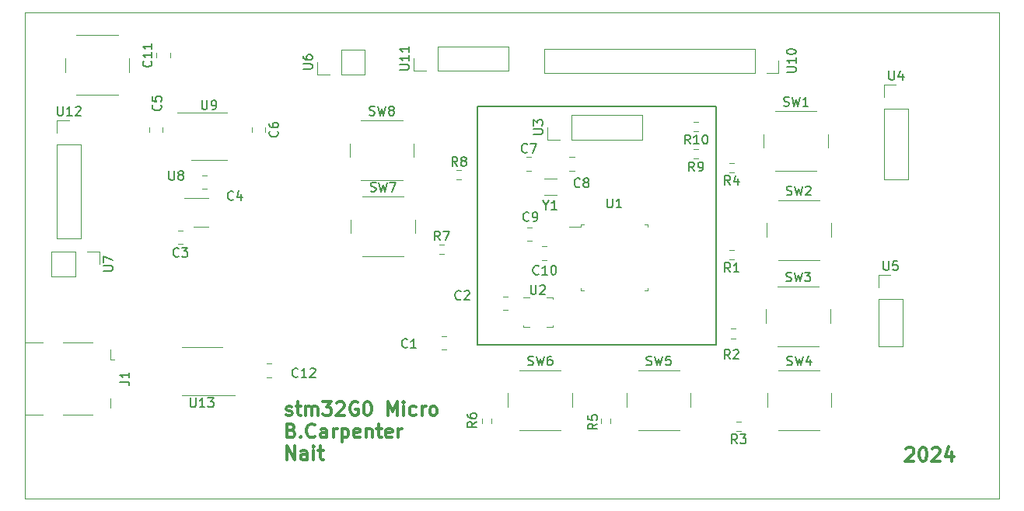
<source format=gbr>
%TF.GenerationSoftware,KiCad,Pcbnew,7.0.9-7.0.9~ubuntu22.04.1*%
%TF.CreationDate,2024-03-26T10:14:33-06:00*%
%TF.ProjectId,StmBoard,53746d42-6f61-4726-942e-6b696361645f,rev?*%
%TF.SameCoordinates,Original*%
%TF.FileFunction,Legend,Top*%
%TF.FilePolarity,Positive*%
%FSLAX46Y46*%
G04 Gerber Fmt 4.6, Leading zero omitted, Abs format (unit mm)*
G04 Created by KiCad (PCBNEW 7.0.9-7.0.9~ubuntu22.04.1) date 2024-03-26 10:14:33*
%MOMM*%
%LPD*%
G01*
G04 APERTURE LIST*
%ADD10C,0.150000*%
%ADD11C,0.300000*%
%ADD12C,0.120000*%
%TA.AperFunction,Profile*%
%ADD13C,0.100000*%
%TD*%
G04 APERTURE END LIST*
D10*
X122800000Y-85300000D02*
X148800000Y-85300000D01*
X148800000Y-111300000D01*
X122800000Y-111300000D01*
X122800000Y-85300000D01*
D11*
X169483082Y-122643685D02*
X169554510Y-122572257D01*
X169554510Y-122572257D02*
X169697368Y-122500828D01*
X169697368Y-122500828D02*
X170054510Y-122500828D01*
X170054510Y-122500828D02*
X170197368Y-122572257D01*
X170197368Y-122572257D02*
X170268796Y-122643685D01*
X170268796Y-122643685D02*
X170340225Y-122786542D01*
X170340225Y-122786542D02*
X170340225Y-122929400D01*
X170340225Y-122929400D02*
X170268796Y-123143685D01*
X170268796Y-123143685D02*
X169411653Y-124000828D01*
X169411653Y-124000828D02*
X170340225Y-124000828D01*
X171268796Y-122500828D02*
X171411653Y-122500828D01*
X171411653Y-122500828D02*
X171554510Y-122572257D01*
X171554510Y-122572257D02*
X171625939Y-122643685D01*
X171625939Y-122643685D02*
X171697367Y-122786542D01*
X171697367Y-122786542D02*
X171768796Y-123072257D01*
X171768796Y-123072257D02*
X171768796Y-123429400D01*
X171768796Y-123429400D02*
X171697367Y-123715114D01*
X171697367Y-123715114D02*
X171625939Y-123857971D01*
X171625939Y-123857971D02*
X171554510Y-123929400D01*
X171554510Y-123929400D02*
X171411653Y-124000828D01*
X171411653Y-124000828D02*
X171268796Y-124000828D01*
X171268796Y-124000828D02*
X171125939Y-123929400D01*
X171125939Y-123929400D02*
X171054510Y-123857971D01*
X171054510Y-123857971D02*
X170983081Y-123715114D01*
X170983081Y-123715114D02*
X170911653Y-123429400D01*
X170911653Y-123429400D02*
X170911653Y-123072257D01*
X170911653Y-123072257D02*
X170983081Y-122786542D01*
X170983081Y-122786542D02*
X171054510Y-122643685D01*
X171054510Y-122643685D02*
X171125939Y-122572257D01*
X171125939Y-122572257D02*
X171268796Y-122500828D01*
X172340224Y-122643685D02*
X172411652Y-122572257D01*
X172411652Y-122572257D02*
X172554510Y-122500828D01*
X172554510Y-122500828D02*
X172911652Y-122500828D01*
X172911652Y-122500828D02*
X173054510Y-122572257D01*
X173054510Y-122572257D02*
X173125938Y-122643685D01*
X173125938Y-122643685D02*
X173197367Y-122786542D01*
X173197367Y-122786542D02*
X173197367Y-122929400D01*
X173197367Y-122929400D02*
X173125938Y-123143685D01*
X173125938Y-123143685D02*
X172268795Y-124000828D01*
X172268795Y-124000828D02*
X173197367Y-124000828D01*
X174483081Y-123000828D02*
X174483081Y-124000828D01*
X174125938Y-122429400D02*
X173768795Y-123500828D01*
X173768795Y-123500828D02*
X174697366Y-123500828D01*
X101983082Y-118949400D02*
X102125939Y-119020828D01*
X102125939Y-119020828D02*
X102411653Y-119020828D01*
X102411653Y-119020828D02*
X102554510Y-118949400D01*
X102554510Y-118949400D02*
X102625939Y-118806542D01*
X102625939Y-118806542D02*
X102625939Y-118735114D01*
X102625939Y-118735114D02*
X102554510Y-118592257D01*
X102554510Y-118592257D02*
X102411653Y-118520828D01*
X102411653Y-118520828D02*
X102197368Y-118520828D01*
X102197368Y-118520828D02*
X102054510Y-118449400D01*
X102054510Y-118449400D02*
X101983082Y-118306542D01*
X101983082Y-118306542D02*
X101983082Y-118235114D01*
X101983082Y-118235114D02*
X102054510Y-118092257D01*
X102054510Y-118092257D02*
X102197368Y-118020828D01*
X102197368Y-118020828D02*
X102411653Y-118020828D01*
X102411653Y-118020828D02*
X102554510Y-118092257D01*
X103054511Y-118020828D02*
X103625939Y-118020828D01*
X103268796Y-117520828D02*
X103268796Y-118806542D01*
X103268796Y-118806542D02*
X103340225Y-118949400D01*
X103340225Y-118949400D02*
X103483082Y-119020828D01*
X103483082Y-119020828D02*
X103625939Y-119020828D01*
X104125939Y-119020828D02*
X104125939Y-118020828D01*
X104125939Y-118163685D02*
X104197368Y-118092257D01*
X104197368Y-118092257D02*
X104340225Y-118020828D01*
X104340225Y-118020828D02*
X104554511Y-118020828D01*
X104554511Y-118020828D02*
X104697368Y-118092257D01*
X104697368Y-118092257D02*
X104768797Y-118235114D01*
X104768797Y-118235114D02*
X104768797Y-119020828D01*
X104768797Y-118235114D02*
X104840225Y-118092257D01*
X104840225Y-118092257D02*
X104983082Y-118020828D01*
X104983082Y-118020828D02*
X105197368Y-118020828D01*
X105197368Y-118020828D02*
X105340225Y-118092257D01*
X105340225Y-118092257D02*
X105411654Y-118235114D01*
X105411654Y-118235114D02*
X105411654Y-119020828D01*
X105983082Y-117520828D02*
X106911654Y-117520828D01*
X106911654Y-117520828D02*
X106411654Y-118092257D01*
X106411654Y-118092257D02*
X106625939Y-118092257D01*
X106625939Y-118092257D02*
X106768797Y-118163685D01*
X106768797Y-118163685D02*
X106840225Y-118235114D01*
X106840225Y-118235114D02*
X106911654Y-118377971D01*
X106911654Y-118377971D02*
X106911654Y-118735114D01*
X106911654Y-118735114D02*
X106840225Y-118877971D01*
X106840225Y-118877971D02*
X106768797Y-118949400D01*
X106768797Y-118949400D02*
X106625939Y-119020828D01*
X106625939Y-119020828D02*
X106197368Y-119020828D01*
X106197368Y-119020828D02*
X106054511Y-118949400D01*
X106054511Y-118949400D02*
X105983082Y-118877971D01*
X107483082Y-117663685D02*
X107554510Y-117592257D01*
X107554510Y-117592257D02*
X107697368Y-117520828D01*
X107697368Y-117520828D02*
X108054510Y-117520828D01*
X108054510Y-117520828D02*
X108197368Y-117592257D01*
X108197368Y-117592257D02*
X108268796Y-117663685D01*
X108268796Y-117663685D02*
X108340225Y-117806542D01*
X108340225Y-117806542D02*
X108340225Y-117949400D01*
X108340225Y-117949400D02*
X108268796Y-118163685D01*
X108268796Y-118163685D02*
X107411653Y-119020828D01*
X107411653Y-119020828D02*
X108340225Y-119020828D01*
X109768796Y-117592257D02*
X109625939Y-117520828D01*
X109625939Y-117520828D02*
X109411653Y-117520828D01*
X109411653Y-117520828D02*
X109197367Y-117592257D01*
X109197367Y-117592257D02*
X109054510Y-117735114D01*
X109054510Y-117735114D02*
X108983081Y-117877971D01*
X108983081Y-117877971D02*
X108911653Y-118163685D01*
X108911653Y-118163685D02*
X108911653Y-118377971D01*
X108911653Y-118377971D02*
X108983081Y-118663685D01*
X108983081Y-118663685D02*
X109054510Y-118806542D01*
X109054510Y-118806542D02*
X109197367Y-118949400D01*
X109197367Y-118949400D02*
X109411653Y-119020828D01*
X109411653Y-119020828D02*
X109554510Y-119020828D01*
X109554510Y-119020828D02*
X109768796Y-118949400D01*
X109768796Y-118949400D02*
X109840224Y-118877971D01*
X109840224Y-118877971D02*
X109840224Y-118377971D01*
X109840224Y-118377971D02*
X109554510Y-118377971D01*
X110768796Y-117520828D02*
X110911653Y-117520828D01*
X110911653Y-117520828D02*
X111054510Y-117592257D01*
X111054510Y-117592257D02*
X111125939Y-117663685D01*
X111125939Y-117663685D02*
X111197367Y-117806542D01*
X111197367Y-117806542D02*
X111268796Y-118092257D01*
X111268796Y-118092257D02*
X111268796Y-118449400D01*
X111268796Y-118449400D02*
X111197367Y-118735114D01*
X111197367Y-118735114D02*
X111125939Y-118877971D01*
X111125939Y-118877971D02*
X111054510Y-118949400D01*
X111054510Y-118949400D02*
X110911653Y-119020828D01*
X110911653Y-119020828D02*
X110768796Y-119020828D01*
X110768796Y-119020828D02*
X110625939Y-118949400D01*
X110625939Y-118949400D02*
X110554510Y-118877971D01*
X110554510Y-118877971D02*
X110483081Y-118735114D01*
X110483081Y-118735114D02*
X110411653Y-118449400D01*
X110411653Y-118449400D02*
X110411653Y-118092257D01*
X110411653Y-118092257D02*
X110483081Y-117806542D01*
X110483081Y-117806542D02*
X110554510Y-117663685D01*
X110554510Y-117663685D02*
X110625939Y-117592257D01*
X110625939Y-117592257D02*
X110768796Y-117520828D01*
X113054509Y-119020828D02*
X113054509Y-117520828D01*
X113054509Y-117520828D02*
X113554509Y-118592257D01*
X113554509Y-118592257D02*
X114054509Y-117520828D01*
X114054509Y-117520828D02*
X114054509Y-119020828D01*
X114768795Y-119020828D02*
X114768795Y-118020828D01*
X114768795Y-117520828D02*
X114697367Y-117592257D01*
X114697367Y-117592257D02*
X114768795Y-117663685D01*
X114768795Y-117663685D02*
X114840224Y-117592257D01*
X114840224Y-117592257D02*
X114768795Y-117520828D01*
X114768795Y-117520828D02*
X114768795Y-117663685D01*
X116125939Y-118949400D02*
X115983081Y-119020828D01*
X115983081Y-119020828D02*
X115697367Y-119020828D01*
X115697367Y-119020828D02*
X115554510Y-118949400D01*
X115554510Y-118949400D02*
X115483081Y-118877971D01*
X115483081Y-118877971D02*
X115411653Y-118735114D01*
X115411653Y-118735114D02*
X115411653Y-118306542D01*
X115411653Y-118306542D02*
X115483081Y-118163685D01*
X115483081Y-118163685D02*
X115554510Y-118092257D01*
X115554510Y-118092257D02*
X115697367Y-118020828D01*
X115697367Y-118020828D02*
X115983081Y-118020828D01*
X115983081Y-118020828D02*
X116125939Y-118092257D01*
X116768795Y-119020828D02*
X116768795Y-118020828D01*
X116768795Y-118306542D02*
X116840224Y-118163685D01*
X116840224Y-118163685D02*
X116911653Y-118092257D01*
X116911653Y-118092257D02*
X117054510Y-118020828D01*
X117054510Y-118020828D02*
X117197367Y-118020828D01*
X117911652Y-119020828D02*
X117768795Y-118949400D01*
X117768795Y-118949400D02*
X117697366Y-118877971D01*
X117697366Y-118877971D02*
X117625938Y-118735114D01*
X117625938Y-118735114D02*
X117625938Y-118306542D01*
X117625938Y-118306542D02*
X117697366Y-118163685D01*
X117697366Y-118163685D02*
X117768795Y-118092257D01*
X117768795Y-118092257D02*
X117911652Y-118020828D01*
X117911652Y-118020828D02*
X118125938Y-118020828D01*
X118125938Y-118020828D02*
X118268795Y-118092257D01*
X118268795Y-118092257D02*
X118340224Y-118163685D01*
X118340224Y-118163685D02*
X118411652Y-118306542D01*
X118411652Y-118306542D02*
X118411652Y-118735114D01*
X118411652Y-118735114D02*
X118340224Y-118877971D01*
X118340224Y-118877971D02*
X118268795Y-118949400D01*
X118268795Y-118949400D02*
X118125938Y-119020828D01*
X118125938Y-119020828D02*
X117911652Y-119020828D01*
X102554510Y-120650114D02*
X102768796Y-120721542D01*
X102768796Y-120721542D02*
X102840225Y-120792971D01*
X102840225Y-120792971D02*
X102911653Y-120935828D01*
X102911653Y-120935828D02*
X102911653Y-121150114D01*
X102911653Y-121150114D02*
X102840225Y-121292971D01*
X102840225Y-121292971D02*
X102768796Y-121364400D01*
X102768796Y-121364400D02*
X102625939Y-121435828D01*
X102625939Y-121435828D02*
X102054510Y-121435828D01*
X102054510Y-121435828D02*
X102054510Y-119935828D01*
X102054510Y-119935828D02*
X102554510Y-119935828D01*
X102554510Y-119935828D02*
X102697368Y-120007257D01*
X102697368Y-120007257D02*
X102768796Y-120078685D01*
X102768796Y-120078685D02*
X102840225Y-120221542D01*
X102840225Y-120221542D02*
X102840225Y-120364400D01*
X102840225Y-120364400D02*
X102768796Y-120507257D01*
X102768796Y-120507257D02*
X102697368Y-120578685D01*
X102697368Y-120578685D02*
X102554510Y-120650114D01*
X102554510Y-120650114D02*
X102054510Y-120650114D01*
X103554510Y-121292971D02*
X103625939Y-121364400D01*
X103625939Y-121364400D02*
X103554510Y-121435828D01*
X103554510Y-121435828D02*
X103483082Y-121364400D01*
X103483082Y-121364400D02*
X103554510Y-121292971D01*
X103554510Y-121292971D02*
X103554510Y-121435828D01*
X105125939Y-121292971D02*
X105054511Y-121364400D01*
X105054511Y-121364400D02*
X104840225Y-121435828D01*
X104840225Y-121435828D02*
X104697368Y-121435828D01*
X104697368Y-121435828D02*
X104483082Y-121364400D01*
X104483082Y-121364400D02*
X104340225Y-121221542D01*
X104340225Y-121221542D02*
X104268796Y-121078685D01*
X104268796Y-121078685D02*
X104197368Y-120792971D01*
X104197368Y-120792971D02*
X104197368Y-120578685D01*
X104197368Y-120578685D02*
X104268796Y-120292971D01*
X104268796Y-120292971D02*
X104340225Y-120150114D01*
X104340225Y-120150114D02*
X104483082Y-120007257D01*
X104483082Y-120007257D02*
X104697368Y-119935828D01*
X104697368Y-119935828D02*
X104840225Y-119935828D01*
X104840225Y-119935828D02*
X105054511Y-120007257D01*
X105054511Y-120007257D02*
X105125939Y-120078685D01*
X106411654Y-121435828D02*
X106411654Y-120650114D01*
X106411654Y-120650114D02*
X106340225Y-120507257D01*
X106340225Y-120507257D02*
X106197368Y-120435828D01*
X106197368Y-120435828D02*
X105911654Y-120435828D01*
X105911654Y-120435828D02*
X105768796Y-120507257D01*
X106411654Y-121364400D02*
X106268796Y-121435828D01*
X106268796Y-121435828D02*
X105911654Y-121435828D01*
X105911654Y-121435828D02*
X105768796Y-121364400D01*
X105768796Y-121364400D02*
X105697368Y-121221542D01*
X105697368Y-121221542D02*
X105697368Y-121078685D01*
X105697368Y-121078685D02*
X105768796Y-120935828D01*
X105768796Y-120935828D02*
X105911654Y-120864400D01*
X105911654Y-120864400D02*
X106268796Y-120864400D01*
X106268796Y-120864400D02*
X106411654Y-120792971D01*
X107125939Y-121435828D02*
X107125939Y-120435828D01*
X107125939Y-120721542D02*
X107197368Y-120578685D01*
X107197368Y-120578685D02*
X107268797Y-120507257D01*
X107268797Y-120507257D02*
X107411654Y-120435828D01*
X107411654Y-120435828D02*
X107554511Y-120435828D01*
X108054510Y-120435828D02*
X108054510Y-121935828D01*
X108054510Y-120507257D02*
X108197368Y-120435828D01*
X108197368Y-120435828D02*
X108483082Y-120435828D01*
X108483082Y-120435828D02*
X108625939Y-120507257D01*
X108625939Y-120507257D02*
X108697368Y-120578685D01*
X108697368Y-120578685D02*
X108768796Y-120721542D01*
X108768796Y-120721542D02*
X108768796Y-121150114D01*
X108768796Y-121150114D02*
X108697368Y-121292971D01*
X108697368Y-121292971D02*
X108625939Y-121364400D01*
X108625939Y-121364400D02*
X108483082Y-121435828D01*
X108483082Y-121435828D02*
X108197368Y-121435828D01*
X108197368Y-121435828D02*
X108054510Y-121364400D01*
X109983082Y-121364400D02*
X109840225Y-121435828D01*
X109840225Y-121435828D02*
X109554511Y-121435828D01*
X109554511Y-121435828D02*
X109411653Y-121364400D01*
X109411653Y-121364400D02*
X109340225Y-121221542D01*
X109340225Y-121221542D02*
X109340225Y-120650114D01*
X109340225Y-120650114D02*
X109411653Y-120507257D01*
X109411653Y-120507257D02*
X109554511Y-120435828D01*
X109554511Y-120435828D02*
X109840225Y-120435828D01*
X109840225Y-120435828D02*
X109983082Y-120507257D01*
X109983082Y-120507257D02*
X110054511Y-120650114D01*
X110054511Y-120650114D02*
X110054511Y-120792971D01*
X110054511Y-120792971D02*
X109340225Y-120935828D01*
X110697367Y-120435828D02*
X110697367Y-121435828D01*
X110697367Y-120578685D02*
X110768796Y-120507257D01*
X110768796Y-120507257D02*
X110911653Y-120435828D01*
X110911653Y-120435828D02*
X111125939Y-120435828D01*
X111125939Y-120435828D02*
X111268796Y-120507257D01*
X111268796Y-120507257D02*
X111340225Y-120650114D01*
X111340225Y-120650114D02*
X111340225Y-121435828D01*
X111840225Y-120435828D02*
X112411653Y-120435828D01*
X112054510Y-119935828D02*
X112054510Y-121221542D01*
X112054510Y-121221542D02*
X112125939Y-121364400D01*
X112125939Y-121364400D02*
X112268796Y-121435828D01*
X112268796Y-121435828D02*
X112411653Y-121435828D01*
X113483082Y-121364400D02*
X113340225Y-121435828D01*
X113340225Y-121435828D02*
X113054511Y-121435828D01*
X113054511Y-121435828D02*
X112911653Y-121364400D01*
X112911653Y-121364400D02*
X112840225Y-121221542D01*
X112840225Y-121221542D02*
X112840225Y-120650114D01*
X112840225Y-120650114D02*
X112911653Y-120507257D01*
X112911653Y-120507257D02*
X113054511Y-120435828D01*
X113054511Y-120435828D02*
X113340225Y-120435828D01*
X113340225Y-120435828D02*
X113483082Y-120507257D01*
X113483082Y-120507257D02*
X113554511Y-120650114D01*
X113554511Y-120650114D02*
X113554511Y-120792971D01*
X113554511Y-120792971D02*
X112840225Y-120935828D01*
X114197367Y-121435828D02*
X114197367Y-120435828D01*
X114197367Y-120721542D02*
X114268796Y-120578685D01*
X114268796Y-120578685D02*
X114340225Y-120507257D01*
X114340225Y-120507257D02*
X114483082Y-120435828D01*
X114483082Y-120435828D02*
X114625939Y-120435828D01*
X102054510Y-123850828D02*
X102054510Y-122350828D01*
X102054510Y-122350828D02*
X102911653Y-123850828D01*
X102911653Y-123850828D02*
X102911653Y-122350828D01*
X104268797Y-123850828D02*
X104268797Y-123065114D01*
X104268797Y-123065114D02*
X104197368Y-122922257D01*
X104197368Y-122922257D02*
X104054511Y-122850828D01*
X104054511Y-122850828D02*
X103768797Y-122850828D01*
X103768797Y-122850828D02*
X103625939Y-122922257D01*
X104268797Y-123779400D02*
X104125939Y-123850828D01*
X104125939Y-123850828D02*
X103768797Y-123850828D01*
X103768797Y-123850828D02*
X103625939Y-123779400D01*
X103625939Y-123779400D02*
X103554511Y-123636542D01*
X103554511Y-123636542D02*
X103554511Y-123493685D01*
X103554511Y-123493685D02*
X103625939Y-123350828D01*
X103625939Y-123350828D02*
X103768797Y-123279400D01*
X103768797Y-123279400D02*
X104125939Y-123279400D01*
X104125939Y-123279400D02*
X104268797Y-123207971D01*
X104983082Y-123850828D02*
X104983082Y-122850828D01*
X104983082Y-122350828D02*
X104911654Y-122422257D01*
X104911654Y-122422257D02*
X104983082Y-122493685D01*
X104983082Y-122493685D02*
X105054511Y-122422257D01*
X105054511Y-122422257D02*
X104983082Y-122350828D01*
X104983082Y-122350828D02*
X104983082Y-122493685D01*
X105483083Y-122850828D02*
X106054511Y-122850828D01*
X105697368Y-122350828D02*
X105697368Y-123636542D01*
X105697368Y-123636542D02*
X105768797Y-123779400D01*
X105768797Y-123779400D02*
X105911654Y-123850828D01*
X105911654Y-123850828D02*
X106054511Y-123850828D01*
D10*
X92813095Y-84659819D02*
X92813095Y-85469342D01*
X92813095Y-85469342D02*
X92860714Y-85564580D01*
X92860714Y-85564580D02*
X92908333Y-85612200D01*
X92908333Y-85612200D02*
X93003571Y-85659819D01*
X93003571Y-85659819D02*
X93194047Y-85659819D01*
X93194047Y-85659819D02*
X93289285Y-85612200D01*
X93289285Y-85612200D02*
X93336904Y-85564580D01*
X93336904Y-85564580D02*
X93384523Y-85469342D01*
X93384523Y-85469342D02*
X93384523Y-84659819D01*
X93908333Y-85659819D02*
X94098809Y-85659819D01*
X94098809Y-85659819D02*
X94194047Y-85612200D01*
X94194047Y-85612200D02*
X94241666Y-85564580D01*
X94241666Y-85564580D02*
X94336904Y-85421723D01*
X94336904Y-85421723D02*
X94384523Y-85231247D01*
X94384523Y-85231247D02*
X94384523Y-84850295D01*
X94384523Y-84850295D02*
X94336904Y-84755057D01*
X94336904Y-84755057D02*
X94289285Y-84707438D01*
X94289285Y-84707438D02*
X94194047Y-84659819D01*
X94194047Y-84659819D02*
X94003571Y-84659819D01*
X94003571Y-84659819D02*
X93908333Y-84707438D01*
X93908333Y-84707438D02*
X93860714Y-84755057D01*
X93860714Y-84755057D02*
X93813095Y-84850295D01*
X93813095Y-84850295D02*
X93813095Y-85088390D01*
X93813095Y-85088390D02*
X93860714Y-85183628D01*
X93860714Y-85183628D02*
X93908333Y-85231247D01*
X93908333Y-85231247D02*
X94003571Y-85278866D01*
X94003571Y-85278866D02*
X94194047Y-85278866D01*
X94194047Y-85278866D02*
X94289285Y-85231247D01*
X94289285Y-85231247D02*
X94336904Y-85183628D01*
X94336904Y-85183628D02*
X94384523Y-85088390D01*
X111191667Y-94557200D02*
X111334524Y-94604819D01*
X111334524Y-94604819D02*
X111572619Y-94604819D01*
X111572619Y-94604819D02*
X111667857Y-94557200D01*
X111667857Y-94557200D02*
X111715476Y-94509580D01*
X111715476Y-94509580D02*
X111763095Y-94414342D01*
X111763095Y-94414342D02*
X111763095Y-94319104D01*
X111763095Y-94319104D02*
X111715476Y-94223866D01*
X111715476Y-94223866D02*
X111667857Y-94176247D01*
X111667857Y-94176247D02*
X111572619Y-94128628D01*
X111572619Y-94128628D02*
X111382143Y-94081009D01*
X111382143Y-94081009D02*
X111286905Y-94033390D01*
X111286905Y-94033390D02*
X111239286Y-93985771D01*
X111239286Y-93985771D02*
X111191667Y-93890533D01*
X111191667Y-93890533D02*
X111191667Y-93795295D01*
X111191667Y-93795295D02*
X111239286Y-93700057D01*
X111239286Y-93700057D02*
X111286905Y-93652438D01*
X111286905Y-93652438D02*
X111382143Y-93604819D01*
X111382143Y-93604819D02*
X111620238Y-93604819D01*
X111620238Y-93604819D02*
X111763095Y-93652438D01*
X112096429Y-93604819D02*
X112334524Y-94604819D01*
X112334524Y-94604819D02*
X112525000Y-93890533D01*
X112525000Y-93890533D02*
X112715476Y-94604819D01*
X112715476Y-94604819D02*
X112953572Y-93604819D01*
X113239286Y-93604819D02*
X113905952Y-93604819D01*
X113905952Y-93604819D02*
X113477381Y-94604819D01*
X103257142Y-114759580D02*
X103209523Y-114807200D01*
X103209523Y-114807200D02*
X103066666Y-114854819D01*
X103066666Y-114854819D02*
X102971428Y-114854819D01*
X102971428Y-114854819D02*
X102828571Y-114807200D01*
X102828571Y-114807200D02*
X102733333Y-114711961D01*
X102733333Y-114711961D02*
X102685714Y-114616723D01*
X102685714Y-114616723D02*
X102638095Y-114426247D01*
X102638095Y-114426247D02*
X102638095Y-114283390D01*
X102638095Y-114283390D02*
X102685714Y-114092914D01*
X102685714Y-114092914D02*
X102733333Y-113997676D01*
X102733333Y-113997676D02*
X102828571Y-113902438D01*
X102828571Y-113902438D02*
X102971428Y-113854819D01*
X102971428Y-113854819D02*
X103066666Y-113854819D01*
X103066666Y-113854819D02*
X103209523Y-113902438D01*
X103209523Y-113902438D02*
X103257142Y-113950057D01*
X104209523Y-114854819D02*
X103638095Y-114854819D01*
X103923809Y-114854819D02*
X103923809Y-113854819D01*
X103923809Y-113854819D02*
X103828571Y-113997676D01*
X103828571Y-113997676D02*
X103733333Y-114092914D01*
X103733333Y-114092914D02*
X103638095Y-114140533D01*
X104590476Y-113950057D02*
X104638095Y-113902438D01*
X104638095Y-113902438D02*
X104733333Y-113854819D01*
X104733333Y-113854819D02*
X104971428Y-113854819D01*
X104971428Y-113854819D02*
X105066666Y-113902438D01*
X105066666Y-113902438D02*
X105114285Y-113950057D01*
X105114285Y-113950057D02*
X105161904Y-114045295D01*
X105161904Y-114045295D02*
X105161904Y-114140533D01*
X105161904Y-114140533D02*
X105114285Y-114283390D01*
X105114285Y-114283390D02*
X104542857Y-114854819D01*
X104542857Y-114854819D02*
X105161904Y-114854819D01*
X101039580Y-88016666D02*
X101087200Y-88064285D01*
X101087200Y-88064285D02*
X101134819Y-88207142D01*
X101134819Y-88207142D02*
X101134819Y-88302380D01*
X101134819Y-88302380D02*
X101087200Y-88445237D01*
X101087200Y-88445237D02*
X100991961Y-88540475D01*
X100991961Y-88540475D02*
X100896723Y-88588094D01*
X100896723Y-88588094D02*
X100706247Y-88635713D01*
X100706247Y-88635713D02*
X100563390Y-88635713D01*
X100563390Y-88635713D02*
X100372914Y-88588094D01*
X100372914Y-88588094D02*
X100277676Y-88540475D01*
X100277676Y-88540475D02*
X100182438Y-88445237D01*
X100182438Y-88445237D02*
X100134819Y-88302380D01*
X100134819Y-88302380D02*
X100134819Y-88207142D01*
X100134819Y-88207142D02*
X100182438Y-88064285D01*
X100182438Y-88064285D02*
X100230057Y-88016666D01*
X100134819Y-87159523D02*
X100134819Y-87349999D01*
X100134819Y-87349999D02*
X100182438Y-87445237D01*
X100182438Y-87445237D02*
X100230057Y-87492856D01*
X100230057Y-87492856D02*
X100372914Y-87588094D01*
X100372914Y-87588094D02*
X100563390Y-87635713D01*
X100563390Y-87635713D02*
X100944342Y-87635713D01*
X100944342Y-87635713D02*
X101039580Y-87588094D01*
X101039580Y-87588094D02*
X101087200Y-87540475D01*
X101087200Y-87540475D02*
X101134819Y-87445237D01*
X101134819Y-87445237D02*
X101134819Y-87254761D01*
X101134819Y-87254761D02*
X101087200Y-87159523D01*
X101087200Y-87159523D02*
X101039580Y-87111904D01*
X101039580Y-87111904D02*
X100944342Y-87064285D01*
X100944342Y-87064285D02*
X100706247Y-87064285D01*
X100706247Y-87064285D02*
X100611009Y-87111904D01*
X100611009Y-87111904D02*
X100563390Y-87159523D01*
X100563390Y-87159523D02*
X100515771Y-87254761D01*
X100515771Y-87254761D02*
X100515771Y-87445237D01*
X100515771Y-87445237D02*
X100563390Y-87540475D01*
X100563390Y-87540475D02*
X100611009Y-87588094D01*
X100611009Y-87588094D02*
X100706247Y-87635713D01*
X150333333Y-103384819D02*
X150000000Y-102908628D01*
X149761905Y-103384819D02*
X149761905Y-102384819D01*
X149761905Y-102384819D02*
X150142857Y-102384819D01*
X150142857Y-102384819D02*
X150238095Y-102432438D01*
X150238095Y-102432438D02*
X150285714Y-102480057D01*
X150285714Y-102480057D02*
X150333333Y-102575295D01*
X150333333Y-102575295D02*
X150333333Y-102718152D01*
X150333333Y-102718152D02*
X150285714Y-102813390D01*
X150285714Y-102813390D02*
X150238095Y-102861009D01*
X150238095Y-102861009D02*
X150142857Y-102908628D01*
X150142857Y-102908628D02*
X149761905Y-102908628D01*
X151285714Y-103384819D02*
X150714286Y-103384819D01*
X151000000Y-103384819D02*
X151000000Y-102384819D01*
X151000000Y-102384819D02*
X150904762Y-102527676D01*
X150904762Y-102527676D02*
X150809524Y-102622914D01*
X150809524Y-102622914D02*
X150714286Y-102670533D01*
X151108333Y-122084819D02*
X150775000Y-121608628D01*
X150536905Y-122084819D02*
X150536905Y-121084819D01*
X150536905Y-121084819D02*
X150917857Y-121084819D01*
X150917857Y-121084819D02*
X151013095Y-121132438D01*
X151013095Y-121132438D02*
X151060714Y-121180057D01*
X151060714Y-121180057D02*
X151108333Y-121275295D01*
X151108333Y-121275295D02*
X151108333Y-121418152D01*
X151108333Y-121418152D02*
X151060714Y-121513390D01*
X151060714Y-121513390D02*
X151013095Y-121561009D01*
X151013095Y-121561009D02*
X150917857Y-121608628D01*
X150917857Y-121608628D02*
X150536905Y-121608628D01*
X151441667Y-121084819D02*
X152060714Y-121084819D01*
X152060714Y-121084819D02*
X151727381Y-121465771D01*
X151727381Y-121465771D02*
X151870238Y-121465771D01*
X151870238Y-121465771D02*
X151965476Y-121513390D01*
X151965476Y-121513390D02*
X152013095Y-121561009D01*
X152013095Y-121561009D02*
X152060714Y-121656247D01*
X152060714Y-121656247D02*
X152060714Y-121894342D01*
X152060714Y-121894342D02*
X152013095Y-121989580D01*
X152013095Y-121989580D02*
X151965476Y-122037200D01*
X151965476Y-122037200D02*
X151870238Y-122084819D01*
X151870238Y-122084819D02*
X151584524Y-122084819D01*
X151584524Y-122084819D02*
X151489286Y-122037200D01*
X151489286Y-122037200D02*
X151441667Y-121989580D01*
X136938095Y-95374819D02*
X136938095Y-96184342D01*
X136938095Y-96184342D02*
X136985714Y-96279580D01*
X136985714Y-96279580D02*
X137033333Y-96327200D01*
X137033333Y-96327200D02*
X137128571Y-96374819D01*
X137128571Y-96374819D02*
X137319047Y-96374819D01*
X137319047Y-96374819D02*
X137414285Y-96327200D01*
X137414285Y-96327200D02*
X137461904Y-96279580D01*
X137461904Y-96279580D02*
X137509523Y-96184342D01*
X137509523Y-96184342D02*
X137509523Y-95374819D01*
X138509523Y-96374819D02*
X137938095Y-96374819D01*
X138223809Y-96374819D02*
X138223809Y-95374819D01*
X138223809Y-95374819D02*
X138128571Y-95517676D01*
X138128571Y-95517676D02*
X138033333Y-95612914D01*
X138033333Y-95612914D02*
X137938095Y-95660533D01*
X114354819Y-81338094D02*
X115164342Y-81338094D01*
X115164342Y-81338094D02*
X115259580Y-81290475D01*
X115259580Y-81290475D02*
X115307200Y-81242856D01*
X115307200Y-81242856D02*
X115354819Y-81147618D01*
X115354819Y-81147618D02*
X115354819Y-80957142D01*
X115354819Y-80957142D02*
X115307200Y-80861904D01*
X115307200Y-80861904D02*
X115259580Y-80814285D01*
X115259580Y-80814285D02*
X115164342Y-80766666D01*
X115164342Y-80766666D02*
X114354819Y-80766666D01*
X115354819Y-79766666D02*
X115354819Y-80338094D01*
X115354819Y-80052380D02*
X114354819Y-80052380D01*
X114354819Y-80052380D02*
X114497676Y-80147618D01*
X114497676Y-80147618D02*
X114592914Y-80242856D01*
X114592914Y-80242856D02*
X114640533Y-80338094D01*
X115354819Y-78814285D02*
X115354819Y-79385713D01*
X115354819Y-79099999D02*
X114354819Y-79099999D01*
X114354819Y-79099999D02*
X114497676Y-79195237D01*
X114497676Y-79195237D02*
X114592914Y-79290475D01*
X114592914Y-79290475D02*
X114640533Y-79385713D01*
X87279580Y-80392857D02*
X87327200Y-80440476D01*
X87327200Y-80440476D02*
X87374819Y-80583333D01*
X87374819Y-80583333D02*
X87374819Y-80678571D01*
X87374819Y-80678571D02*
X87327200Y-80821428D01*
X87327200Y-80821428D02*
X87231961Y-80916666D01*
X87231961Y-80916666D02*
X87136723Y-80964285D01*
X87136723Y-80964285D02*
X86946247Y-81011904D01*
X86946247Y-81011904D02*
X86803390Y-81011904D01*
X86803390Y-81011904D02*
X86612914Y-80964285D01*
X86612914Y-80964285D02*
X86517676Y-80916666D01*
X86517676Y-80916666D02*
X86422438Y-80821428D01*
X86422438Y-80821428D02*
X86374819Y-80678571D01*
X86374819Y-80678571D02*
X86374819Y-80583333D01*
X86374819Y-80583333D02*
X86422438Y-80440476D01*
X86422438Y-80440476D02*
X86470057Y-80392857D01*
X87374819Y-79440476D02*
X87374819Y-80011904D01*
X87374819Y-79726190D02*
X86374819Y-79726190D01*
X86374819Y-79726190D02*
X86517676Y-79821428D01*
X86517676Y-79821428D02*
X86612914Y-79916666D01*
X86612914Y-79916666D02*
X86660533Y-80011904D01*
X87374819Y-78488095D02*
X87374819Y-79059523D01*
X87374819Y-78773809D02*
X86374819Y-78773809D01*
X86374819Y-78773809D02*
X86517676Y-78869047D01*
X86517676Y-78869047D02*
X86612914Y-78964285D01*
X86612914Y-78964285D02*
X86660533Y-79059523D01*
X115183333Y-111559580D02*
X115135714Y-111607200D01*
X115135714Y-111607200D02*
X114992857Y-111654819D01*
X114992857Y-111654819D02*
X114897619Y-111654819D01*
X114897619Y-111654819D02*
X114754762Y-111607200D01*
X114754762Y-111607200D02*
X114659524Y-111511961D01*
X114659524Y-111511961D02*
X114611905Y-111416723D01*
X114611905Y-111416723D02*
X114564286Y-111226247D01*
X114564286Y-111226247D02*
X114564286Y-111083390D01*
X114564286Y-111083390D02*
X114611905Y-110892914D01*
X114611905Y-110892914D02*
X114659524Y-110797676D01*
X114659524Y-110797676D02*
X114754762Y-110702438D01*
X114754762Y-110702438D02*
X114897619Y-110654819D01*
X114897619Y-110654819D02*
X114992857Y-110654819D01*
X114992857Y-110654819D02*
X115135714Y-110702438D01*
X115135714Y-110702438D02*
X115183333Y-110750057D01*
X116135714Y-111654819D02*
X115564286Y-111654819D01*
X115850000Y-111654819D02*
X115850000Y-110654819D01*
X115850000Y-110654819D02*
X115754762Y-110797676D01*
X115754762Y-110797676D02*
X115659524Y-110892914D01*
X115659524Y-110892914D02*
X115564286Y-110940533D01*
X128924819Y-88361904D02*
X129734342Y-88361904D01*
X129734342Y-88361904D02*
X129829580Y-88314285D01*
X129829580Y-88314285D02*
X129877200Y-88266666D01*
X129877200Y-88266666D02*
X129924819Y-88171428D01*
X129924819Y-88171428D02*
X129924819Y-87980952D01*
X129924819Y-87980952D02*
X129877200Y-87885714D01*
X129877200Y-87885714D02*
X129829580Y-87838095D01*
X129829580Y-87838095D02*
X129734342Y-87790476D01*
X129734342Y-87790476D02*
X128924819Y-87790476D01*
X128924819Y-87409523D02*
X128924819Y-86790476D01*
X128924819Y-86790476D02*
X129305771Y-87123809D01*
X129305771Y-87123809D02*
X129305771Y-86980952D01*
X129305771Y-86980952D02*
X129353390Y-86885714D01*
X129353390Y-86885714D02*
X129401009Y-86838095D01*
X129401009Y-86838095D02*
X129496247Y-86790476D01*
X129496247Y-86790476D02*
X129734342Y-86790476D01*
X129734342Y-86790476D02*
X129829580Y-86838095D01*
X129829580Y-86838095D02*
X129877200Y-86885714D01*
X129877200Y-86885714D02*
X129924819Y-86980952D01*
X129924819Y-86980952D02*
X129924819Y-87266666D01*
X129924819Y-87266666D02*
X129877200Y-87361904D01*
X129877200Y-87361904D02*
X129829580Y-87409523D01*
X111066667Y-86257200D02*
X111209524Y-86304819D01*
X111209524Y-86304819D02*
X111447619Y-86304819D01*
X111447619Y-86304819D02*
X111542857Y-86257200D01*
X111542857Y-86257200D02*
X111590476Y-86209580D01*
X111590476Y-86209580D02*
X111638095Y-86114342D01*
X111638095Y-86114342D02*
X111638095Y-86019104D01*
X111638095Y-86019104D02*
X111590476Y-85923866D01*
X111590476Y-85923866D02*
X111542857Y-85876247D01*
X111542857Y-85876247D02*
X111447619Y-85828628D01*
X111447619Y-85828628D02*
X111257143Y-85781009D01*
X111257143Y-85781009D02*
X111161905Y-85733390D01*
X111161905Y-85733390D02*
X111114286Y-85685771D01*
X111114286Y-85685771D02*
X111066667Y-85590533D01*
X111066667Y-85590533D02*
X111066667Y-85495295D01*
X111066667Y-85495295D02*
X111114286Y-85400057D01*
X111114286Y-85400057D02*
X111161905Y-85352438D01*
X111161905Y-85352438D02*
X111257143Y-85304819D01*
X111257143Y-85304819D02*
X111495238Y-85304819D01*
X111495238Y-85304819D02*
X111638095Y-85352438D01*
X111971429Y-85304819D02*
X112209524Y-86304819D01*
X112209524Y-86304819D02*
X112400000Y-85590533D01*
X112400000Y-85590533D02*
X112590476Y-86304819D01*
X112590476Y-86304819D02*
X112828572Y-85304819D01*
X113352381Y-85733390D02*
X113257143Y-85685771D01*
X113257143Y-85685771D02*
X113209524Y-85638152D01*
X113209524Y-85638152D02*
X113161905Y-85542914D01*
X113161905Y-85542914D02*
X113161905Y-85495295D01*
X113161905Y-85495295D02*
X113209524Y-85400057D01*
X113209524Y-85400057D02*
X113257143Y-85352438D01*
X113257143Y-85352438D02*
X113352381Y-85304819D01*
X113352381Y-85304819D02*
X113542857Y-85304819D01*
X113542857Y-85304819D02*
X113638095Y-85352438D01*
X113638095Y-85352438D02*
X113685714Y-85400057D01*
X113685714Y-85400057D02*
X113733333Y-85495295D01*
X113733333Y-85495295D02*
X113733333Y-85542914D01*
X113733333Y-85542914D02*
X113685714Y-85638152D01*
X113685714Y-85638152D02*
X113638095Y-85685771D01*
X113638095Y-85685771D02*
X113542857Y-85733390D01*
X113542857Y-85733390D02*
X113352381Y-85733390D01*
X113352381Y-85733390D02*
X113257143Y-85781009D01*
X113257143Y-85781009D02*
X113209524Y-85828628D01*
X113209524Y-85828628D02*
X113161905Y-85923866D01*
X113161905Y-85923866D02*
X113161905Y-86114342D01*
X113161905Y-86114342D02*
X113209524Y-86209580D01*
X113209524Y-86209580D02*
X113257143Y-86257200D01*
X113257143Y-86257200D02*
X113352381Y-86304819D01*
X113352381Y-86304819D02*
X113542857Y-86304819D01*
X113542857Y-86304819D02*
X113638095Y-86257200D01*
X113638095Y-86257200D02*
X113685714Y-86209580D01*
X113685714Y-86209580D02*
X113733333Y-86114342D01*
X113733333Y-86114342D02*
X113733333Y-85923866D01*
X113733333Y-85923866D02*
X113685714Y-85828628D01*
X113685714Y-85828628D02*
X113638095Y-85781009D01*
X113638095Y-85781009D02*
X113542857Y-85733390D01*
X156466667Y-94957200D02*
X156609524Y-95004819D01*
X156609524Y-95004819D02*
X156847619Y-95004819D01*
X156847619Y-95004819D02*
X156942857Y-94957200D01*
X156942857Y-94957200D02*
X156990476Y-94909580D01*
X156990476Y-94909580D02*
X157038095Y-94814342D01*
X157038095Y-94814342D02*
X157038095Y-94719104D01*
X157038095Y-94719104D02*
X156990476Y-94623866D01*
X156990476Y-94623866D02*
X156942857Y-94576247D01*
X156942857Y-94576247D02*
X156847619Y-94528628D01*
X156847619Y-94528628D02*
X156657143Y-94481009D01*
X156657143Y-94481009D02*
X156561905Y-94433390D01*
X156561905Y-94433390D02*
X156514286Y-94385771D01*
X156514286Y-94385771D02*
X156466667Y-94290533D01*
X156466667Y-94290533D02*
X156466667Y-94195295D01*
X156466667Y-94195295D02*
X156514286Y-94100057D01*
X156514286Y-94100057D02*
X156561905Y-94052438D01*
X156561905Y-94052438D02*
X156657143Y-94004819D01*
X156657143Y-94004819D02*
X156895238Y-94004819D01*
X156895238Y-94004819D02*
X157038095Y-94052438D01*
X157371429Y-94004819D02*
X157609524Y-95004819D01*
X157609524Y-95004819D02*
X157800000Y-94290533D01*
X157800000Y-94290533D02*
X157990476Y-95004819D01*
X157990476Y-95004819D02*
X158228572Y-94004819D01*
X158561905Y-94100057D02*
X158609524Y-94052438D01*
X158609524Y-94052438D02*
X158704762Y-94004819D01*
X158704762Y-94004819D02*
X158942857Y-94004819D01*
X158942857Y-94004819D02*
X159038095Y-94052438D01*
X159038095Y-94052438D02*
X159085714Y-94100057D01*
X159085714Y-94100057D02*
X159133333Y-94195295D01*
X159133333Y-94195295D02*
X159133333Y-94290533D01*
X159133333Y-94290533D02*
X159085714Y-94433390D01*
X159085714Y-94433390D02*
X158514286Y-95004819D01*
X158514286Y-95004819D02*
X159133333Y-95004819D01*
X128613095Y-104804819D02*
X128613095Y-105614342D01*
X128613095Y-105614342D02*
X128660714Y-105709580D01*
X128660714Y-105709580D02*
X128708333Y-105757200D01*
X128708333Y-105757200D02*
X128803571Y-105804819D01*
X128803571Y-105804819D02*
X128994047Y-105804819D01*
X128994047Y-105804819D02*
X129089285Y-105757200D01*
X129089285Y-105757200D02*
X129136904Y-105709580D01*
X129136904Y-105709580D02*
X129184523Y-105614342D01*
X129184523Y-105614342D02*
X129184523Y-104804819D01*
X129613095Y-104900057D02*
X129660714Y-104852438D01*
X129660714Y-104852438D02*
X129755952Y-104804819D01*
X129755952Y-104804819D02*
X129994047Y-104804819D01*
X129994047Y-104804819D02*
X130089285Y-104852438D01*
X130089285Y-104852438D02*
X130136904Y-104900057D01*
X130136904Y-104900057D02*
X130184523Y-104995295D01*
X130184523Y-104995295D02*
X130184523Y-105090533D01*
X130184523Y-105090533D02*
X130136904Y-105233390D01*
X130136904Y-105233390D02*
X129565476Y-105804819D01*
X129565476Y-105804819D02*
X130184523Y-105804819D01*
X167638095Y-81444819D02*
X167638095Y-82254342D01*
X167638095Y-82254342D02*
X167685714Y-82349580D01*
X167685714Y-82349580D02*
X167733333Y-82397200D01*
X167733333Y-82397200D02*
X167828571Y-82444819D01*
X167828571Y-82444819D02*
X168019047Y-82444819D01*
X168019047Y-82444819D02*
X168114285Y-82397200D01*
X168114285Y-82397200D02*
X168161904Y-82349580D01*
X168161904Y-82349580D02*
X168209523Y-82254342D01*
X168209523Y-82254342D02*
X168209523Y-81444819D01*
X169114285Y-81778152D02*
X169114285Y-82444819D01*
X168876190Y-81397200D02*
X168638095Y-82111485D01*
X168638095Y-82111485D02*
X169257142Y-82111485D01*
X88309580Y-85166666D02*
X88357200Y-85214285D01*
X88357200Y-85214285D02*
X88404819Y-85357142D01*
X88404819Y-85357142D02*
X88404819Y-85452380D01*
X88404819Y-85452380D02*
X88357200Y-85595237D01*
X88357200Y-85595237D02*
X88261961Y-85690475D01*
X88261961Y-85690475D02*
X88166723Y-85738094D01*
X88166723Y-85738094D02*
X87976247Y-85785713D01*
X87976247Y-85785713D02*
X87833390Y-85785713D01*
X87833390Y-85785713D02*
X87642914Y-85738094D01*
X87642914Y-85738094D02*
X87547676Y-85690475D01*
X87547676Y-85690475D02*
X87452438Y-85595237D01*
X87452438Y-85595237D02*
X87404819Y-85452380D01*
X87404819Y-85452380D02*
X87404819Y-85357142D01*
X87404819Y-85357142D02*
X87452438Y-85214285D01*
X87452438Y-85214285D02*
X87500057Y-85166666D01*
X87404819Y-84261904D02*
X87404819Y-84738094D01*
X87404819Y-84738094D02*
X87881009Y-84785713D01*
X87881009Y-84785713D02*
X87833390Y-84738094D01*
X87833390Y-84738094D02*
X87785771Y-84642856D01*
X87785771Y-84642856D02*
X87785771Y-84404761D01*
X87785771Y-84404761D02*
X87833390Y-84309523D01*
X87833390Y-84309523D02*
X87881009Y-84261904D01*
X87881009Y-84261904D02*
X87976247Y-84214285D01*
X87976247Y-84214285D02*
X88214342Y-84214285D01*
X88214342Y-84214285D02*
X88309580Y-84261904D01*
X88309580Y-84261904D02*
X88357200Y-84309523D01*
X88357200Y-84309523D02*
X88404819Y-84404761D01*
X88404819Y-84404761D02*
X88404819Y-84642856D01*
X88404819Y-84642856D02*
X88357200Y-84738094D01*
X88357200Y-84738094D02*
X88309580Y-84785713D01*
X156516667Y-113507200D02*
X156659524Y-113554819D01*
X156659524Y-113554819D02*
X156897619Y-113554819D01*
X156897619Y-113554819D02*
X156992857Y-113507200D01*
X156992857Y-113507200D02*
X157040476Y-113459580D01*
X157040476Y-113459580D02*
X157088095Y-113364342D01*
X157088095Y-113364342D02*
X157088095Y-113269104D01*
X157088095Y-113269104D02*
X157040476Y-113173866D01*
X157040476Y-113173866D02*
X156992857Y-113126247D01*
X156992857Y-113126247D02*
X156897619Y-113078628D01*
X156897619Y-113078628D02*
X156707143Y-113031009D01*
X156707143Y-113031009D02*
X156611905Y-112983390D01*
X156611905Y-112983390D02*
X156564286Y-112935771D01*
X156564286Y-112935771D02*
X156516667Y-112840533D01*
X156516667Y-112840533D02*
X156516667Y-112745295D01*
X156516667Y-112745295D02*
X156564286Y-112650057D01*
X156564286Y-112650057D02*
X156611905Y-112602438D01*
X156611905Y-112602438D02*
X156707143Y-112554819D01*
X156707143Y-112554819D02*
X156945238Y-112554819D01*
X156945238Y-112554819D02*
X157088095Y-112602438D01*
X157421429Y-112554819D02*
X157659524Y-113554819D01*
X157659524Y-113554819D02*
X157850000Y-112840533D01*
X157850000Y-112840533D02*
X158040476Y-113554819D01*
X158040476Y-113554819D02*
X158278572Y-112554819D01*
X159088095Y-112888152D02*
X159088095Y-113554819D01*
X158850000Y-112507200D02*
X158611905Y-113221485D01*
X158611905Y-113221485D02*
X159230952Y-113221485D01*
X91561905Y-117104819D02*
X91561905Y-117914342D01*
X91561905Y-117914342D02*
X91609524Y-118009580D01*
X91609524Y-118009580D02*
X91657143Y-118057200D01*
X91657143Y-118057200D02*
X91752381Y-118104819D01*
X91752381Y-118104819D02*
X91942857Y-118104819D01*
X91942857Y-118104819D02*
X92038095Y-118057200D01*
X92038095Y-118057200D02*
X92085714Y-118009580D01*
X92085714Y-118009580D02*
X92133333Y-117914342D01*
X92133333Y-117914342D02*
X92133333Y-117104819D01*
X93133333Y-118104819D02*
X92561905Y-118104819D01*
X92847619Y-118104819D02*
X92847619Y-117104819D01*
X92847619Y-117104819D02*
X92752381Y-117247676D01*
X92752381Y-117247676D02*
X92657143Y-117342914D01*
X92657143Y-117342914D02*
X92561905Y-117390533D01*
X93466667Y-117104819D02*
X94085714Y-117104819D01*
X94085714Y-117104819D02*
X93752381Y-117485771D01*
X93752381Y-117485771D02*
X93895238Y-117485771D01*
X93895238Y-117485771D02*
X93990476Y-117533390D01*
X93990476Y-117533390D02*
X94038095Y-117581009D01*
X94038095Y-117581009D02*
X94085714Y-117676247D01*
X94085714Y-117676247D02*
X94085714Y-117914342D01*
X94085714Y-117914342D02*
X94038095Y-118009580D01*
X94038095Y-118009580D02*
X93990476Y-118057200D01*
X93990476Y-118057200D02*
X93895238Y-118104819D01*
X93895238Y-118104819D02*
X93609524Y-118104819D01*
X93609524Y-118104819D02*
X93514286Y-118057200D01*
X93514286Y-118057200D02*
X93466667Y-118009580D01*
X150308333Y-112854819D02*
X149975000Y-112378628D01*
X149736905Y-112854819D02*
X149736905Y-111854819D01*
X149736905Y-111854819D02*
X150117857Y-111854819D01*
X150117857Y-111854819D02*
X150213095Y-111902438D01*
X150213095Y-111902438D02*
X150260714Y-111950057D01*
X150260714Y-111950057D02*
X150308333Y-112045295D01*
X150308333Y-112045295D02*
X150308333Y-112188152D01*
X150308333Y-112188152D02*
X150260714Y-112283390D01*
X150260714Y-112283390D02*
X150213095Y-112331009D01*
X150213095Y-112331009D02*
X150117857Y-112378628D01*
X150117857Y-112378628D02*
X149736905Y-112378628D01*
X150689286Y-111950057D02*
X150736905Y-111902438D01*
X150736905Y-111902438D02*
X150832143Y-111854819D01*
X150832143Y-111854819D02*
X151070238Y-111854819D01*
X151070238Y-111854819D02*
X151165476Y-111902438D01*
X151165476Y-111902438D02*
X151213095Y-111950057D01*
X151213095Y-111950057D02*
X151260714Y-112045295D01*
X151260714Y-112045295D02*
X151260714Y-112140533D01*
X151260714Y-112140533D02*
X151213095Y-112283390D01*
X151213095Y-112283390D02*
X150641667Y-112854819D01*
X150641667Y-112854819D02*
X151260714Y-112854819D01*
X82084819Y-103261904D02*
X82894342Y-103261904D01*
X82894342Y-103261904D02*
X82989580Y-103214285D01*
X82989580Y-103214285D02*
X83037200Y-103166666D01*
X83037200Y-103166666D02*
X83084819Y-103071428D01*
X83084819Y-103071428D02*
X83084819Y-102880952D01*
X83084819Y-102880952D02*
X83037200Y-102785714D01*
X83037200Y-102785714D02*
X82989580Y-102738095D01*
X82989580Y-102738095D02*
X82894342Y-102690476D01*
X82894342Y-102690476D02*
X82084819Y-102690476D01*
X82084819Y-102309523D02*
X82084819Y-101642857D01*
X82084819Y-101642857D02*
X83084819Y-102071428D01*
X118733333Y-99924819D02*
X118400000Y-99448628D01*
X118161905Y-99924819D02*
X118161905Y-98924819D01*
X118161905Y-98924819D02*
X118542857Y-98924819D01*
X118542857Y-98924819D02*
X118638095Y-98972438D01*
X118638095Y-98972438D02*
X118685714Y-99020057D01*
X118685714Y-99020057D02*
X118733333Y-99115295D01*
X118733333Y-99115295D02*
X118733333Y-99258152D01*
X118733333Y-99258152D02*
X118685714Y-99353390D01*
X118685714Y-99353390D02*
X118638095Y-99401009D01*
X118638095Y-99401009D02*
X118542857Y-99448628D01*
X118542857Y-99448628D02*
X118161905Y-99448628D01*
X119066667Y-98924819D02*
X119733333Y-98924819D01*
X119733333Y-98924819D02*
X119304762Y-99924819D01*
X121003333Y-106319580D02*
X120955714Y-106367200D01*
X120955714Y-106367200D02*
X120812857Y-106414819D01*
X120812857Y-106414819D02*
X120717619Y-106414819D01*
X120717619Y-106414819D02*
X120574762Y-106367200D01*
X120574762Y-106367200D02*
X120479524Y-106271961D01*
X120479524Y-106271961D02*
X120431905Y-106176723D01*
X120431905Y-106176723D02*
X120384286Y-105986247D01*
X120384286Y-105986247D02*
X120384286Y-105843390D01*
X120384286Y-105843390D02*
X120431905Y-105652914D01*
X120431905Y-105652914D02*
X120479524Y-105557676D01*
X120479524Y-105557676D02*
X120574762Y-105462438D01*
X120574762Y-105462438D02*
X120717619Y-105414819D01*
X120717619Y-105414819D02*
X120812857Y-105414819D01*
X120812857Y-105414819D02*
X120955714Y-105462438D01*
X120955714Y-105462438D02*
X121003333Y-105510057D01*
X121384286Y-105510057D02*
X121431905Y-105462438D01*
X121431905Y-105462438D02*
X121527143Y-105414819D01*
X121527143Y-105414819D02*
X121765238Y-105414819D01*
X121765238Y-105414819D02*
X121860476Y-105462438D01*
X121860476Y-105462438D02*
X121908095Y-105510057D01*
X121908095Y-105510057D02*
X121955714Y-105605295D01*
X121955714Y-105605295D02*
X121955714Y-105700533D01*
X121955714Y-105700533D02*
X121908095Y-105843390D01*
X121908095Y-105843390D02*
X121336667Y-106414819D01*
X121336667Y-106414819D02*
X121955714Y-106414819D01*
X83904819Y-115343333D02*
X84619104Y-115343333D01*
X84619104Y-115343333D02*
X84761961Y-115390952D01*
X84761961Y-115390952D02*
X84857200Y-115486190D01*
X84857200Y-115486190D02*
X84904819Y-115629047D01*
X84904819Y-115629047D02*
X84904819Y-115724285D01*
X84904819Y-114343333D02*
X84904819Y-114914761D01*
X84904819Y-114629047D02*
X83904819Y-114629047D01*
X83904819Y-114629047D02*
X84047676Y-114724285D01*
X84047676Y-114724285D02*
X84142914Y-114819523D01*
X84142914Y-114819523D02*
X84190533Y-114914761D01*
X77096905Y-85329819D02*
X77096905Y-86139342D01*
X77096905Y-86139342D02*
X77144524Y-86234580D01*
X77144524Y-86234580D02*
X77192143Y-86282200D01*
X77192143Y-86282200D02*
X77287381Y-86329819D01*
X77287381Y-86329819D02*
X77477857Y-86329819D01*
X77477857Y-86329819D02*
X77573095Y-86282200D01*
X77573095Y-86282200D02*
X77620714Y-86234580D01*
X77620714Y-86234580D02*
X77668333Y-86139342D01*
X77668333Y-86139342D02*
X77668333Y-85329819D01*
X78668333Y-86329819D02*
X78096905Y-86329819D01*
X78382619Y-86329819D02*
X78382619Y-85329819D01*
X78382619Y-85329819D02*
X78287381Y-85472676D01*
X78287381Y-85472676D02*
X78192143Y-85567914D01*
X78192143Y-85567914D02*
X78096905Y-85615533D01*
X79049286Y-85425057D02*
X79096905Y-85377438D01*
X79096905Y-85377438D02*
X79192143Y-85329819D01*
X79192143Y-85329819D02*
X79430238Y-85329819D01*
X79430238Y-85329819D02*
X79525476Y-85377438D01*
X79525476Y-85377438D02*
X79573095Y-85425057D01*
X79573095Y-85425057D02*
X79620714Y-85520295D01*
X79620714Y-85520295D02*
X79620714Y-85615533D01*
X79620714Y-85615533D02*
X79573095Y-85758390D01*
X79573095Y-85758390D02*
X79001667Y-86329819D01*
X79001667Y-86329819D02*
X79620714Y-86329819D01*
X128403333Y-97759580D02*
X128355714Y-97807200D01*
X128355714Y-97807200D02*
X128212857Y-97854819D01*
X128212857Y-97854819D02*
X128117619Y-97854819D01*
X128117619Y-97854819D02*
X127974762Y-97807200D01*
X127974762Y-97807200D02*
X127879524Y-97711961D01*
X127879524Y-97711961D02*
X127831905Y-97616723D01*
X127831905Y-97616723D02*
X127784286Y-97426247D01*
X127784286Y-97426247D02*
X127784286Y-97283390D01*
X127784286Y-97283390D02*
X127831905Y-97092914D01*
X127831905Y-97092914D02*
X127879524Y-96997676D01*
X127879524Y-96997676D02*
X127974762Y-96902438D01*
X127974762Y-96902438D02*
X128117619Y-96854819D01*
X128117619Y-96854819D02*
X128212857Y-96854819D01*
X128212857Y-96854819D02*
X128355714Y-96902438D01*
X128355714Y-96902438D02*
X128403333Y-96950057D01*
X128879524Y-97854819D02*
X129070000Y-97854819D01*
X129070000Y-97854819D02*
X129165238Y-97807200D01*
X129165238Y-97807200D02*
X129212857Y-97759580D01*
X129212857Y-97759580D02*
X129308095Y-97616723D01*
X129308095Y-97616723D02*
X129355714Y-97426247D01*
X129355714Y-97426247D02*
X129355714Y-97045295D01*
X129355714Y-97045295D02*
X129308095Y-96950057D01*
X129308095Y-96950057D02*
X129260476Y-96902438D01*
X129260476Y-96902438D02*
X129165238Y-96854819D01*
X129165238Y-96854819D02*
X128974762Y-96854819D01*
X128974762Y-96854819D02*
X128879524Y-96902438D01*
X128879524Y-96902438D02*
X128831905Y-96950057D01*
X128831905Y-96950057D02*
X128784286Y-97045295D01*
X128784286Y-97045295D02*
X128784286Y-97283390D01*
X128784286Y-97283390D02*
X128831905Y-97378628D01*
X128831905Y-97378628D02*
X128879524Y-97426247D01*
X128879524Y-97426247D02*
X128974762Y-97473866D01*
X128974762Y-97473866D02*
X129165238Y-97473866D01*
X129165238Y-97473866D02*
X129260476Y-97426247D01*
X129260476Y-97426247D02*
X129308095Y-97378628D01*
X129308095Y-97378628D02*
X129355714Y-97283390D01*
X128316667Y-113507200D02*
X128459524Y-113554819D01*
X128459524Y-113554819D02*
X128697619Y-113554819D01*
X128697619Y-113554819D02*
X128792857Y-113507200D01*
X128792857Y-113507200D02*
X128840476Y-113459580D01*
X128840476Y-113459580D02*
X128888095Y-113364342D01*
X128888095Y-113364342D02*
X128888095Y-113269104D01*
X128888095Y-113269104D02*
X128840476Y-113173866D01*
X128840476Y-113173866D02*
X128792857Y-113126247D01*
X128792857Y-113126247D02*
X128697619Y-113078628D01*
X128697619Y-113078628D02*
X128507143Y-113031009D01*
X128507143Y-113031009D02*
X128411905Y-112983390D01*
X128411905Y-112983390D02*
X128364286Y-112935771D01*
X128364286Y-112935771D02*
X128316667Y-112840533D01*
X128316667Y-112840533D02*
X128316667Y-112745295D01*
X128316667Y-112745295D02*
X128364286Y-112650057D01*
X128364286Y-112650057D02*
X128411905Y-112602438D01*
X128411905Y-112602438D02*
X128507143Y-112554819D01*
X128507143Y-112554819D02*
X128745238Y-112554819D01*
X128745238Y-112554819D02*
X128888095Y-112602438D01*
X129221429Y-112554819D02*
X129459524Y-113554819D01*
X129459524Y-113554819D02*
X129650000Y-112840533D01*
X129650000Y-112840533D02*
X129840476Y-113554819D01*
X129840476Y-113554819D02*
X130078572Y-112554819D01*
X130888095Y-112554819D02*
X130697619Y-112554819D01*
X130697619Y-112554819D02*
X130602381Y-112602438D01*
X130602381Y-112602438D02*
X130554762Y-112650057D01*
X130554762Y-112650057D02*
X130459524Y-112792914D01*
X130459524Y-112792914D02*
X130411905Y-112983390D01*
X130411905Y-112983390D02*
X130411905Y-113364342D01*
X130411905Y-113364342D02*
X130459524Y-113459580D01*
X130459524Y-113459580D02*
X130507143Y-113507200D01*
X130507143Y-113507200D02*
X130602381Y-113554819D01*
X130602381Y-113554819D02*
X130792857Y-113554819D01*
X130792857Y-113554819D02*
X130888095Y-113507200D01*
X130888095Y-113507200D02*
X130935714Y-113459580D01*
X130935714Y-113459580D02*
X130983333Y-113364342D01*
X130983333Y-113364342D02*
X130983333Y-113126247D01*
X130983333Y-113126247D02*
X130935714Y-113031009D01*
X130935714Y-113031009D02*
X130888095Y-112983390D01*
X130888095Y-112983390D02*
X130792857Y-112935771D01*
X130792857Y-112935771D02*
X130602381Y-112935771D01*
X130602381Y-112935771D02*
X130507143Y-112983390D01*
X130507143Y-112983390D02*
X130459524Y-113031009D01*
X130459524Y-113031009D02*
X130411905Y-113126247D01*
X145982142Y-89424819D02*
X145648809Y-88948628D01*
X145410714Y-89424819D02*
X145410714Y-88424819D01*
X145410714Y-88424819D02*
X145791666Y-88424819D01*
X145791666Y-88424819D02*
X145886904Y-88472438D01*
X145886904Y-88472438D02*
X145934523Y-88520057D01*
X145934523Y-88520057D02*
X145982142Y-88615295D01*
X145982142Y-88615295D02*
X145982142Y-88758152D01*
X145982142Y-88758152D02*
X145934523Y-88853390D01*
X145934523Y-88853390D02*
X145886904Y-88901009D01*
X145886904Y-88901009D02*
X145791666Y-88948628D01*
X145791666Y-88948628D02*
X145410714Y-88948628D01*
X146934523Y-89424819D02*
X146363095Y-89424819D01*
X146648809Y-89424819D02*
X146648809Y-88424819D01*
X146648809Y-88424819D02*
X146553571Y-88567676D01*
X146553571Y-88567676D02*
X146458333Y-88662914D01*
X146458333Y-88662914D02*
X146363095Y-88710533D01*
X147553571Y-88424819D02*
X147648809Y-88424819D01*
X147648809Y-88424819D02*
X147744047Y-88472438D01*
X147744047Y-88472438D02*
X147791666Y-88520057D01*
X147791666Y-88520057D02*
X147839285Y-88615295D01*
X147839285Y-88615295D02*
X147886904Y-88805771D01*
X147886904Y-88805771D02*
X147886904Y-89043866D01*
X147886904Y-89043866D02*
X147839285Y-89234342D01*
X147839285Y-89234342D02*
X147791666Y-89329580D01*
X147791666Y-89329580D02*
X147744047Y-89377200D01*
X147744047Y-89377200D02*
X147648809Y-89424819D01*
X147648809Y-89424819D02*
X147553571Y-89424819D01*
X147553571Y-89424819D02*
X147458333Y-89377200D01*
X147458333Y-89377200D02*
X147410714Y-89329580D01*
X147410714Y-89329580D02*
X147363095Y-89234342D01*
X147363095Y-89234342D02*
X147315476Y-89043866D01*
X147315476Y-89043866D02*
X147315476Y-88805771D01*
X147315476Y-88805771D02*
X147363095Y-88615295D01*
X147363095Y-88615295D02*
X147410714Y-88520057D01*
X147410714Y-88520057D02*
X147458333Y-88472438D01*
X147458333Y-88472438D02*
X147553571Y-88424819D01*
X130273809Y-96078628D02*
X130273809Y-96554819D01*
X129940476Y-95554819D02*
X130273809Y-96078628D01*
X130273809Y-96078628D02*
X130607142Y-95554819D01*
X131464285Y-96554819D02*
X130892857Y-96554819D01*
X131178571Y-96554819D02*
X131178571Y-95554819D01*
X131178571Y-95554819D02*
X131083333Y-95697676D01*
X131083333Y-95697676D02*
X130988095Y-95792914D01*
X130988095Y-95792914D02*
X130892857Y-95840533D01*
X156416667Y-104357200D02*
X156559524Y-104404819D01*
X156559524Y-104404819D02*
X156797619Y-104404819D01*
X156797619Y-104404819D02*
X156892857Y-104357200D01*
X156892857Y-104357200D02*
X156940476Y-104309580D01*
X156940476Y-104309580D02*
X156988095Y-104214342D01*
X156988095Y-104214342D02*
X156988095Y-104119104D01*
X156988095Y-104119104D02*
X156940476Y-104023866D01*
X156940476Y-104023866D02*
X156892857Y-103976247D01*
X156892857Y-103976247D02*
X156797619Y-103928628D01*
X156797619Y-103928628D02*
X156607143Y-103881009D01*
X156607143Y-103881009D02*
X156511905Y-103833390D01*
X156511905Y-103833390D02*
X156464286Y-103785771D01*
X156464286Y-103785771D02*
X156416667Y-103690533D01*
X156416667Y-103690533D02*
X156416667Y-103595295D01*
X156416667Y-103595295D02*
X156464286Y-103500057D01*
X156464286Y-103500057D02*
X156511905Y-103452438D01*
X156511905Y-103452438D02*
X156607143Y-103404819D01*
X156607143Y-103404819D02*
X156845238Y-103404819D01*
X156845238Y-103404819D02*
X156988095Y-103452438D01*
X157321429Y-103404819D02*
X157559524Y-104404819D01*
X157559524Y-104404819D02*
X157750000Y-103690533D01*
X157750000Y-103690533D02*
X157940476Y-104404819D01*
X157940476Y-104404819D02*
X158178572Y-103404819D01*
X158464286Y-103404819D02*
X159083333Y-103404819D01*
X159083333Y-103404819D02*
X158750000Y-103785771D01*
X158750000Y-103785771D02*
X158892857Y-103785771D01*
X158892857Y-103785771D02*
X158988095Y-103833390D01*
X158988095Y-103833390D02*
X159035714Y-103881009D01*
X159035714Y-103881009D02*
X159083333Y-103976247D01*
X159083333Y-103976247D02*
X159083333Y-104214342D01*
X159083333Y-104214342D02*
X159035714Y-104309580D01*
X159035714Y-104309580D02*
X158988095Y-104357200D01*
X158988095Y-104357200D02*
X158892857Y-104404819D01*
X158892857Y-104404819D02*
X158607143Y-104404819D01*
X158607143Y-104404819D02*
X158511905Y-104357200D01*
X158511905Y-104357200D02*
X158464286Y-104309580D01*
X167038095Y-102184819D02*
X167038095Y-102994342D01*
X167038095Y-102994342D02*
X167085714Y-103089580D01*
X167085714Y-103089580D02*
X167133333Y-103137200D01*
X167133333Y-103137200D02*
X167228571Y-103184819D01*
X167228571Y-103184819D02*
X167419047Y-103184819D01*
X167419047Y-103184819D02*
X167514285Y-103137200D01*
X167514285Y-103137200D02*
X167561904Y-103089580D01*
X167561904Y-103089580D02*
X167609523Y-102994342D01*
X167609523Y-102994342D02*
X167609523Y-102184819D01*
X168561904Y-102184819D02*
X168085714Y-102184819D01*
X168085714Y-102184819D02*
X168038095Y-102661009D01*
X168038095Y-102661009D02*
X168085714Y-102613390D01*
X168085714Y-102613390D02*
X168180952Y-102565771D01*
X168180952Y-102565771D02*
X168419047Y-102565771D01*
X168419047Y-102565771D02*
X168514285Y-102613390D01*
X168514285Y-102613390D02*
X168561904Y-102661009D01*
X168561904Y-102661009D02*
X168609523Y-102756247D01*
X168609523Y-102756247D02*
X168609523Y-102994342D01*
X168609523Y-102994342D02*
X168561904Y-103089580D01*
X168561904Y-103089580D02*
X168514285Y-103137200D01*
X168514285Y-103137200D02*
X168419047Y-103184819D01*
X168419047Y-103184819D02*
X168180952Y-103184819D01*
X168180952Y-103184819D02*
X168085714Y-103137200D01*
X168085714Y-103137200D02*
X168038095Y-103089580D01*
X133983333Y-94059580D02*
X133935714Y-94107200D01*
X133935714Y-94107200D02*
X133792857Y-94154819D01*
X133792857Y-94154819D02*
X133697619Y-94154819D01*
X133697619Y-94154819D02*
X133554762Y-94107200D01*
X133554762Y-94107200D02*
X133459524Y-94011961D01*
X133459524Y-94011961D02*
X133411905Y-93916723D01*
X133411905Y-93916723D02*
X133364286Y-93726247D01*
X133364286Y-93726247D02*
X133364286Y-93583390D01*
X133364286Y-93583390D02*
X133411905Y-93392914D01*
X133411905Y-93392914D02*
X133459524Y-93297676D01*
X133459524Y-93297676D02*
X133554762Y-93202438D01*
X133554762Y-93202438D02*
X133697619Y-93154819D01*
X133697619Y-93154819D02*
X133792857Y-93154819D01*
X133792857Y-93154819D02*
X133935714Y-93202438D01*
X133935714Y-93202438D02*
X133983333Y-93250057D01*
X134554762Y-93583390D02*
X134459524Y-93535771D01*
X134459524Y-93535771D02*
X134411905Y-93488152D01*
X134411905Y-93488152D02*
X134364286Y-93392914D01*
X134364286Y-93392914D02*
X134364286Y-93345295D01*
X134364286Y-93345295D02*
X134411905Y-93250057D01*
X134411905Y-93250057D02*
X134459524Y-93202438D01*
X134459524Y-93202438D02*
X134554762Y-93154819D01*
X134554762Y-93154819D02*
X134745238Y-93154819D01*
X134745238Y-93154819D02*
X134840476Y-93202438D01*
X134840476Y-93202438D02*
X134888095Y-93250057D01*
X134888095Y-93250057D02*
X134935714Y-93345295D01*
X134935714Y-93345295D02*
X134935714Y-93392914D01*
X134935714Y-93392914D02*
X134888095Y-93488152D01*
X134888095Y-93488152D02*
X134840476Y-93535771D01*
X134840476Y-93535771D02*
X134745238Y-93583390D01*
X134745238Y-93583390D02*
X134554762Y-93583390D01*
X134554762Y-93583390D02*
X134459524Y-93631009D01*
X134459524Y-93631009D02*
X134411905Y-93678628D01*
X134411905Y-93678628D02*
X134364286Y-93773866D01*
X134364286Y-93773866D02*
X134364286Y-93964342D01*
X134364286Y-93964342D02*
X134411905Y-94059580D01*
X134411905Y-94059580D02*
X134459524Y-94107200D01*
X134459524Y-94107200D02*
X134554762Y-94154819D01*
X134554762Y-94154819D02*
X134745238Y-94154819D01*
X134745238Y-94154819D02*
X134840476Y-94107200D01*
X134840476Y-94107200D02*
X134888095Y-94059580D01*
X134888095Y-94059580D02*
X134935714Y-93964342D01*
X134935714Y-93964342D02*
X134935714Y-93773866D01*
X134935714Y-93773866D02*
X134888095Y-93678628D01*
X134888095Y-93678628D02*
X134840476Y-93631009D01*
X134840476Y-93631009D02*
X134745238Y-93583390D01*
X156494819Y-81588094D02*
X157304342Y-81588094D01*
X157304342Y-81588094D02*
X157399580Y-81540475D01*
X157399580Y-81540475D02*
X157447200Y-81492856D01*
X157447200Y-81492856D02*
X157494819Y-81397618D01*
X157494819Y-81397618D02*
X157494819Y-81207142D01*
X157494819Y-81207142D02*
X157447200Y-81111904D01*
X157447200Y-81111904D02*
X157399580Y-81064285D01*
X157399580Y-81064285D02*
X157304342Y-81016666D01*
X157304342Y-81016666D02*
X156494819Y-81016666D01*
X157494819Y-80016666D02*
X157494819Y-80588094D01*
X157494819Y-80302380D02*
X156494819Y-80302380D01*
X156494819Y-80302380D02*
X156637676Y-80397618D01*
X156637676Y-80397618D02*
X156732914Y-80492856D01*
X156732914Y-80492856D02*
X156780533Y-80588094D01*
X156494819Y-79397618D02*
X156494819Y-79302380D01*
X156494819Y-79302380D02*
X156542438Y-79207142D01*
X156542438Y-79207142D02*
X156590057Y-79159523D01*
X156590057Y-79159523D02*
X156685295Y-79111904D01*
X156685295Y-79111904D02*
X156875771Y-79064285D01*
X156875771Y-79064285D02*
X157113866Y-79064285D01*
X157113866Y-79064285D02*
X157304342Y-79111904D01*
X157304342Y-79111904D02*
X157399580Y-79159523D01*
X157399580Y-79159523D02*
X157447200Y-79207142D01*
X157447200Y-79207142D02*
X157494819Y-79302380D01*
X157494819Y-79302380D02*
X157494819Y-79397618D01*
X157494819Y-79397618D02*
X157447200Y-79492856D01*
X157447200Y-79492856D02*
X157399580Y-79540475D01*
X157399580Y-79540475D02*
X157304342Y-79588094D01*
X157304342Y-79588094D02*
X157113866Y-79635713D01*
X157113866Y-79635713D02*
X156875771Y-79635713D01*
X156875771Y-79635713D02*
X156685295Y-79588094D01*
X156685295Y-79588094D02*
X156590057Y-79540475D01*
X156590057Y-79540475D02*
X156542438Y-79492856D01*
X156542438Y-79492856D02*
X156494819Y-79397618D01*
X89238095Y-92354819D02*
X89238095Y-93164342D01*
X89238095Y-93164342D02*
X89285714Y-93259580D01*
X89285714Y-93259580D02*
X89333333Y-93307200D01*
X89333333Y-93307200D02*
X89428571Y-93354819D01*
X89428571Y-93354819D02*
X89619047Y-93354819D01*
X89619047Y-93354819D02*
X89714285Y-93307200D01*
X89714285Y-93307200D02*
X89761904Y-93259580D01*
X89761904Y-93259580D02*
X89809523Y-93164342D01*
X89809523Y-93164342D02*
X89809523Y-92354819D01*
X90428571Y-92783390D02*
X90333333Y-92735771D01*
X90333333Y-92735771D02*
X90285714Y-92688152D01*
X90285714Y-92688152D02*
X90238095Y-92592914D01*
X90238095Y-92592914D02*
X90238095Y-92545295D01*
X90238095Y-92545295D02*
X90285714Y-92450057D01*
X90285714Y-92450057D02*
X90333333Y-92402438D01*
X90333333Y-92402438D02*
X90428571Y-92354819D01*
X90428571Y-92354819D02*
X90619047Y-92354819D01*
X90619047Y-92354819D02*
X90714285Y-92402438D01*
X90714285Y-92402438D02*
X90761904Y-92450057D01*
X90761904Y-92450057D02*
X90809523Y-92545295D01*
X90809523Y-92545295D02*
X90809523Y-92592914D01*
X90809523Y-92592914D02*
X90761904Y-92688152D01*
X90761904Y-92688152D02*
X90714285Y-92735771D01*
X90714285Y-92735771D02*
X90619047Y-92783390D01*
X90619047Y-92783390D02*
X90428571Y-92783390D01*
X90428571Y-92783390D02*
X90333333Y-92831009D01*
X90333333Y-92831009D02*
X90285714Y-92878628D01*
X90285714Y-92878628D02*
X90238095Y-92973866D01*
X90238095Y-92973866D02*
X90238095Y-93164342D01*
X90238095Y-93164342D02*
X90285714Y-93259580D01*
X90285714Y-93259580D02*
X90333333Y-93307200D01*
X90333333Y-93307200D02*
X90428571Y-93354819D01*
X90428571Y-93354819D02*
X90619047Y-93354819D01*
X90619047Y-93354819D02*
X90714285Y-93307200D01*
X90714285Y-93307200D02*
X90761904Y-93259580D01*
X90761904Y-93259580D02*
X90809523Y-93164342D01*
X90809523Y-93164342D02*
X90809523Y-92973866D01*
X90809523Y-92973866D02*
X90761904Y-92878628D01*
X90761904Y-92878628D02*
X90714285Y-92831009D01*
X90714285Y-92831009D02*
X90619047Y-92783390D01*
X122704819Y-119716666D02*
X122228628Y-120049999D01*
X122704819Y-120288094D02*
X121704819Y-120288094D01*
X121704819Y-120288094D02*
X121704819Y-119907142D01*
X121704819Y-119907142D02*
X121752438Y-119811904D01*
X121752438Y-119811904D02*
X121800057Y-119764285D01*
X121800057Y-119764285D02*
X121895295Y-119716666D01*
X121895295Y-119716666D02*
X122038152Y-119716666D01*
X122038152Y-119716666D02*
X122133390Y-119764285D01*
X122133390Y-119764285D02*
X122181009Y-119811904D01*
X122181009Y-119811904D02*
X122228628Y-119907142D01*
X122228628Y-119907142D02*
X122228628Y-120288094D01*
X121704819Y-118859523D02*
X121704819Y-119049999D01*
X121704819Y-119049999D02*
X121752438Y-119145237D01*
X121752438Y-119145237D02*
X121800057Y-119192856D01*
X121800057Y-119192856D02*
X121942914Y-119288094D01*
X121942914Y-119288094D02*
X122133390Y-119335713D01*
X122133390Y-119335713D02*
X122514342Y-119335713D01*
X122514342Y-119335713D02*
X122609580Y-119288094D01*
X122609580Y-119288094D02*
X122657200Y-119240475D01*
X122657200Y-119240475D02*
X122704819Y-119145237D01*
X122704819Y-119145237D02*
X122704819Y-118954761D01*
X122704819Y-118954761D02*
X122657200Y-118859523D01*
X122657200Y-118859523D02*
X122609580Y-118811904D01*
X122609580Y-118811904D02*
X122514342Y-118764285D01*
X122514342Y-118764285D02*
X122276247Y-118764285D01*
X122276247Y-118764285D02*
X122181009Y-118811904D01*
X122181009Y-118811904D02*
X122133390Y-118859523D01*
X122133390Y-118859523D02*
X122085771Y-118954761D01*
X122085771Y-118954761D02*
X122085771Y-119145237D01*
X122085771Y-119145237D02*
X122133390Y-119240475D01*
X122133390Y-119240475D02*
X122181009Y-119288094D01*
X122181009Y-119288094D02*
X122276247Y-119335713D01*
X135854819Y-119916666D02*
X135378628Y-120249999D01*
X135854819Y-120488094D02*
X134854819Y-120488094D01*
X134854819Y-120488094D02*
X134854819Y-120107142D01*
X134854819Y-120107142D02*
X134902438Y-120011904D01*
X134902438Y-120011904D02*
X134950057Y-119964285D01*
X134950057Y-119964285D02*
X135045295Y-119916666D01*
X135045295Y-119916666D02*
X135188152Y-119916666D01*
X135188152Y-119916666D02*
X135283390Y-119964285D01*
X135283390Y-119964285D02*
X135331009Y-120011904D01*
X135331009Y-120011904D02*
X135378628Y-120107142D01*
X135378628Y-120107142D02*
X135378628Y-120488094D01*
X134854819Y-119011904D02*
X134854819Y-119488094D01*
X134854819Y-119488094D02*
X135331009Y-119535713D01*
X135331009Y-119535713D02*
X135283390Y-119488094D01*
X135283390Y-119488094D02*
X135235771Y-119392856D01*
X135235771Y-119392856D02*
X135235771Y-119154761D01*
X135235771Y-119154761D02*
X135283390Y-119059523D01*
X135283390Y-119059523D02*
X135331009Y-119011904D01*
X135331009Y-119011904D02*
X135426247Y-118964285D01*
X135426247Y-118964285D02*
X135664342Y-118964285D01*
X135664342Y-118964285D02*
X135759580Y-119011904D01*
X135759580Y-119011904D02*
X135807200Y-119059523D01*
X135807200Y-119059523D02*
X135854819Y-119154761D01*
X135854819Y-119154761D02*
X135854819Y-119392856D01*
X135854819Y-119392856D02*
X135807200Y-119488094D01*
X135807200Y-119488094D02*
X135759580Y-119535713D01*
X120633333Y-91824819D02*
X120300000Y-91348628D01*
X120061905Y-91824819D02*
X120061905Y-90824819D01*
X120061905Y-90824819D02*
X120442857Y-90824819D01*
X120442857Y-90824819D02*
X120538095Y-90872438D01*
X120538095Y-90872438D02*
X120585714Y-90920057D01*
X120585714Y-90920057D02*
X120633333Y-91015295D01*
X120633333Y-91015295D02*
X120633333Y-91158152D01*
X120633333Y-91158152D02*
X120585714Y-91253390D01*
X120585714Y-91253390D02*
X120538095Y-91301009D01*
X120538095Y-91301009D02*
X120442857Y-91348628D01*
X120442857Y-91348628D02*
X120061905Y-91348628D01*
X121204762Y-91253390D02*
X121109524Y-91205771D01*
X121109524Y-91205771D02*
X121061905Y-91158152D01*
X121061905Y-91158152D02*
X121014286Y-91062914D01*
X121014286Y-91062914D02*
X121014286Y-91015295D01*
X121014286Y-91015295D02*
X121061905Y-90920057D01*
X121061905Y-90920057D02*
X121109524Y-90872438D01*
X121109524Y-90872438D02*
X121204762Y-90824819D01*
X121204762Y-90824819D02*
X121395238Y-90824819D01*
X121395238Y-90824819D02*
X121490476Y-90872438D01*
X121490476Y-90872438D02*
X121538095Y-90920057D01*
X121538095Y-90920057D02*
X121585714Y-91015295D01*
X121585714Y-91015295D02*
X121585714Y-91062914D01*
X121585714Y-91062914D02*
X121538095Y-91158152D01*
X121538095Y-91158152D02*
X121490476Y-91205771D01*
X121490476Y-91205771D02*
X121395238Y-91253390D01*
X121395238Y-91253390D02*
X121204762Y-91253390D01*
X121204762Y-91253390D02*
X121109524Y-91301009D01*
X121109524Y-91301009D02*
X121061905Y-91348628D01*
X121061905Y-91348628D02*
X121014286Y-91443866D01*
X121014286Y-91443866D02*
X121014286Y-91634342D01*
X121014286Y-91634342D02*
X121061905Y-91729580D01*
X121061905Y-91729580D02*
X121109524Y-91777200D01*
X121109524Y-91777200D02*
X121204762Y-91824819D01*
X121204762Y-91824819D02*
X121395238Y-91824819D01*
X121395238Y-91824819D02*
X121490476Y-91777200D01*
X121490476Y-91777200D02*
X121538095Y-91729580D01*
X121538095Y-91729580D02*
X121585714Y-91634342D01*
X121585714Y-91634342D02*
X121585714Y-91443866D01*
X121585714Y-91443866D02*
X121538095Y-91348628D01*
X121538095Y-91348628D02*
X121490476Y-91301009D01*
X121490476Y-91301009D02*
X121395238Y-91253390D01*
X128233333Y-90279580D02*
X128185714Y-90327200D01*
X128185714Y-90327200D02*
X128042857Y-90374819D01*
X128042857Y-90374819D02*
X127947619Y-90374819D01*
X127947619Y-90374819D02*
X127804762Y-90327200D01*
X127804762Y-90327200D02*
X127709524Y-90231961D01*
X127709524Y-90231961D02*
X127661905Y-90136723D01*
X127661905Y-90136723D02*
X127614286Y-89946247D01*
X127614286Y-89946247D02*
X127614286Y-89803390D01*
X127614286Y-89803390D02*
X127661905Y-89612914D01*
X127661905Y-89612914D02*
X127709524Y-89517676D01*
X127709524Y-89517676D02*
X127804762Y-89422438D01*
X127804762Y-89422438D02*
X127947619Y-89374819D01*
X127947619Y-89374819D02*
X128042857Y-89374819D01*
X128042857Y-89374819D02*
X128185714Y-89422438D01*
X128185714Y-89422438D02*
X128233333Y-89470057D01*
X128566667Y-89374819D02*
X129233333Y-89374819D01*
X129233333Y-89374819D02*
X128804762Y-90374819D01*
X156166667Y-85257200D02*
X156309524Y-85304819D01*
X156309524Y-85304819D02*
X156547619Y-85304819D01*
X156547619Y-85304819D02*
X156642857Y-85257200D01*
X156642857Y-85257200D02*
X156690476Y-85209580D01*
X156690476Y-85209580D02*
X156738095Y-85114342D01*
X156738095Y-85114342D02*
X156738095Y-85019104D01*
X156738095Y-85019104D02*
X156690476Y-84923866D01*
X156690476Y-84923866D02*
X156642857Y-84876247D01*
X156642857Y-84876247D02*
X156547619Y-84828628D01*
X156547619Y-84828628D02*
X156357143Y-84781009D01*
X156357143Y-84781009D02*
X156261905Y-84733390D01*
X156261905Y-84733390D02*
X156214286Y-84685771D01*
X156214286Y-84685771D02*
X156166667Y-84590533D01*
X156166667Y-84590533D02*
X156166667Y-84495295D01*
X156166667Y-84495295D02*
X156214286Y-84400057D01*
X156214286Y-84400057D02*
X156261905Y-84352438D01*
X156261905Y-84352438D02*
X156357143Y-84304819D01*
X156357143Y-84304819D02*
X156595238Y-84304819D01*
X156595238Y-84304819D02*
X156738095Y-84352438D01*
X157071429Y-84304819D02*
X157309524Y-85304819D01*
X157309524Y-85304819D02*
X157500000Y-84590533D01*
X157500000Y-84590533D02*
X157690476Y-85304819D01*
X157690476Y-85304819D02*
X157928572Y-84304819D01*
X158833333Y-85304819D02*
X158261905Y-85304819D01*
X158547619Y-85304819D02*
X158547619Y-84304819D01*
X158547619Y-84304819D02*
X158452381Y-84447676D01*
X158452381Y-84447676D02*
X158357143Y-84542914D01*
X158357143Y-84542914D02*
X158261905Y-84590533D01*
X150333333Y-93884819D02*
X150000000Y-93408628D01*
X149761905Y-93884819D02*
X149761905Y-92884819D01*
X149761905Y-92884819D02*
X150142857Y-92884819D01*
X150142857Y-92884819D02*
X150238095Y-92932438D01*
X150238095Y-92932438D02*
X150285714Y-92980057D01*
X150285714Y-92980057D02*
X150333333Y-93075295D01*
X150333333Y-93075295D02*
X150333333Y-93218152D01*
X150333333Y-93218152D02*
X150285714Y-93313390D01*
X150285714Y-93313390D02*
X150238095Y-93361009D01*
X150238095Y-93361009D02*
X150142857Y-93408628D01*
X150142857Y-93408628D02*
X149761905Y-93408628D01*
X151190476Y-93218152D02*
X151190476Y-93884819D01*
X150952381Y-92837200D02*
X150714286Y-93551485D01*
X150714286Y-93551485D02*
X151333333Y-93551485D01*
X96233333Y-95459580D02*
X96185714Y-95507200D01*
X96185714Y-95507200D02*
X96042857Y-95554819D01*
X96042857Y-95554819D02*
X95947619Y-95554819D01*
X95947619Y-95554819D02*
X95804762Y-95507200D01*
X95804762Y-95507200D02*
X95709524Y-95411961D01*
X95709524Y-95411961D02*
X95661905Y-95316723D01*
X95661905Y-95316723D02*
X95614286Y-95126247D01*
X95614286Y-95126247D02*
X95614286Y-94983390D01*
X95614286Y-94983390D02*
X95661905Y-94792914D01*
X95661905Y-94792914D02*
X95709524Y-94697676D01*
X95709524Y-94697676D02*
X95804762Y-94602438D01*
X95804762Y-94602438D02*
X95947619Y-94554819D01*
X95947619Y-94554819D02*
X96042857Y-94554819D01*
X96042857Y-94554819D02*
X96185714Y-94602438D01*
X96185714Y-94602438D02*
X96233333Y-94650057D01*
X97090476Y-94888152D02*
X97090476Y-95554819D01*
X96852381Y-94507200D02*
X96614286Y-95221485D01*
X96614286Y-95221485D02*
X97233333Y-95221485D01*
X146433333Y-92384819D02*
X146100000Y-91908628D01*
X145861905Y-92384819D02*
X145861905Y-91384819D01*
X145861905Y-91384819D02*
X146242857Y-91384819D01*
X146242857Y-91384819D02*
X146338095Y-91432438D01*
X146338095Y-91432438D02*
X146385714Y-91480057D01*
X146385714Y-91480057D02*
X146433333Y-91575295D01*
X146433333Y-91575295D02*
X146433333Y-91718152D01*
X146433333Y-91718152D02*
X146385714Y-91813390D01*
X146385714Y-91813390D02*
X146338095Y-91861009D01*
X146338095Y-91861009D02*
X146242857Y-91908628D01*
X146242857Y-91908628D02*
X145861905Y-91908628D01*
X146909524Y-92384819D02*
X147100000Y-92384819D01*
X147100000Y-92384819D02*
X147195238Y-92337200D01*
X147195238Y-92337200D02*
X147242857Y-92289580D01*
X147242857Y-92289580D02*
X147338095Y-92146723D01*
X147338095Y-92146723D02*
X147385714Y-91956247D01*
X147385714Y-91956247D02*
X147385714Y-91575295D01*
X147385714Y-91575295D02*
X147338095Y-91480057D01*
X147338095Y-91480057D02*
X147290476Y-91432438D01*
X147290476Y-91432438D02*
X147195238Y-91384819D01*
X147195238Y-91384819D02*
X147004762Y-91384819D01*
X147004762Y-91384819D02*
X146909524Y-91432438D01*
X146909524Y-91432438D02*
X146861905Y-91480057D01*
X146861905Y-91480057D02*
X146814286Y-91575295D01*
X146814286Y-91575295D02*
X146814286Y-91813390D01*
X146814286Y-91813390D02*
X146861905Y-91908628D01*
X146861905Y-91908628D02*
X146909524Y-91956247D01*
X146909524Y-91956247D02*
X147004762Y-92003866D01*
X147004762Y-92003866D02*
X147195238Y-92003866D01*
X147195238Y-92003866D02*
X147290476Y-91956247D01*
X147290476Y-91956247D02*
X147338095Y-91908628D01*
X147338095Y-91908628D02*
X147385714Y-91813390D01*
X141216667Y-113507200D02*
X141359524Y-113554819D01*
X141359524Y-113554819D02*
X141597619Y-113554819D01*
X141597619Y-113554819D02*
X141692857Y-113507200D01*
X141692857Y-113507200D02*
X141740476Y-113459580D01*
X141740476Y-113459580D02*
X141788095Y-113364342D01*
X141788095Y-113364342D02*
X141788095Y-113269104D01*
X141788095Y-113269104D02*
X141740476Y-113173866D01*
X141740476Y-113173866D02*
X141692857Y-113126247D01*
X141692857Y-113126247D02*
X141597619Y-113078628D01*
X141597619Y-113078628D02*
X141407143Y-113031009D01*
X141407143Y-113031009D02*
X141311905Y-112983390D01*
X141311905Y-112983390D02*
X141264286Y-112935771D01*
X141264286Y-112935771D02*
X141216667Y-112840533D01*
X141216667Y-112840533D02*
X141216667Y-112745295D01*
X141216667Y-112745295D02*
X141264286Y-112650057D01*
X141264286Y-112650057D02*
X141311905Y-112602438D01*
X141311905Y-112602438D02*
X141407143Y-112554819D01*
X141407143Y-112554819D02*
X141645238Y-112554819D01*
X141645238Y-112554819D02*
X141788095Y-112602438D01*
X142121429Y-112554819D02*
X142359524Y-113554819D01*
X142359524Y-113554819D02*
X142550000Y-112840533D01*
X142550000Y-112840533D02*
X142740476Y-113554819D01*
X142740476Y-113554819D02*
X142978572Y-112554819D01*
X143835714Y-112554819D02*
X143359524Y-112554819D01*
X143359524Y-112554819D02*
X143311905Y-113031009D01*
X143311905Y-113031009D02*
X143359524Y-112983390D01*
X143359524Y-112983390D02*
X143454762Y-112935771D01*
X143454762Y-112935771D02*
X143692857Y-112935771D01*
X143692857Y-112935771D02*
X143788095Y-112983390D01*
X143788095Y-112983390D02*
X143835714Y-113031009D01*
X143835714Y-113031009D02*
X143883333Y-113126247D01*
X143883333Y-113126247D02*
X143883333Y-113364342D01*
X143883333Y-113364342D02*
X143835714Y-113459580D01*
X143835714Y-113459580D02*
X143788095Y-113507200D01*
X143788095Y-113507200D02*
X143692857Y-113554819D01*
X143692857Y-113554819D02*
X143454762Y-113554819D01*
X143454762Y-113554819D02*
X143359524Y-113507200D01*
X143359524Y-113507200D02*
X143311905Y-113459580D01*
X129477142Y-103579580D02*
X129429523Y-103627200D01*
X129429523Y-103627200D02*
X129286666Y-103674819D01*
X129286666Y-103674819D02*
X129191428Y-103674819D01*
X129191428Y-103674819D02*
X129048571Y-103627200D01*
X129048571Y-103627200D02*
X128953333Y-103531961D01*
X128953333Y-103531961D02*
X128905714Y-103436723D01*
X128905714Y-103436723D02*
X128858095Y-103246247D01*
X128858095Y-103246247D02*
X128858095Y-103103390D01*
X128858095Y-103103390D02*
X128905714Y-102912914D01*
X128905714Y-102912914D02*
X128953333Y-102817676D01*
X128953333Y-102817676D02*
X129048571Y-102722438D01*
X129048571Y-102722438D02*
X129191428Y-102674819D01*
X129191428Y-102674819D02*
X129286666Y-102674819D01*
X129286666Y-102674819D02*
X129429523Y-102722438D01*
X129429523Y-102722438D02*
X129477142Y-102770057D01*
X130429523Y-103674819D02*
X129858095Y-103674819D01*
X130143809Y-103674819D02*
X130143809Y-102674819D01*
X130143809Y-102674819D02*
X130048571Y-102817676D01*
X130048571Y-102817676D02*
X129953333Y-102912914D01*
X129953333Y-102912914D02*
X129858095Y-102960533D01*
X131048571Y-102674819D02*
X131143809Y-102674819D01*
X131143809Y-102674819D02*
X131239047Y-102722438D01*
X131239047Y-102722438D02*
X131286666Y-102770057D01*
X131286666Y-102770057D02*
X131334285Y-102865295D01*
X131334285Y-102865295D02*
X131381904Y-103055771D01*
X131381904Y-103055771D02*
X131381904Y-103293866D01*
X131381904Y-103293866D02*
X131334285Y-103484342D01*
X131334285Y-103484342D02*
X131286666Y-103579580D01*
X131286666Y-103579580D02*
X131239047Y-103627200D01*
X131239047Y-103627200D02*
X131143809Y-103674819D01*
X131143809Y-103674819D02*
X131048571Y-103674819D01*
X131048571Y-103674819D02*
X130953333Y-103627200D01*
X130953333Y-103627200D02*
X130905714Y-103579580D01*
X130905714Y-103579580D02*
X130858095Y-103484342D01*
X130858095Y-103484342D02*
X130810476Y-103293866D01*
X130810476Y-103293866D02*
X130810476Y-103055771D01*
X130810476Y-103055771D02*
X130858095Y-102865295D01*
X130858095Y-102865295D02*
X130905714Y-102770057D01*
X130905714Y-102770057D02*
X130953333Y-102722438D01*
X130953333Y-102722438D02*
X131048571Y-102674819D01*
X103824819Y-81261904D02*
X104634342Y-81261904D01*
X104634342Y-81261904D02*
X104729580Y-81214285D01*
X104729580Y-81214285D02*
X104777200Y-81166666D01*
X104777200Y-81166666D02*
X104824819Y-81071428D01*
X104824819Y-81071428D02*
X104824819Y-80880952D01*
X104824819Y-80880952D02*
X104777200Y-80785714D01*
X104777200Y-80785714D02*
X104729580Y-80738095D01*
X104729580Y-80738095D02*
X104634342Y-80690476D01*
X104634342Y-80690476D02*
X103824819Y-80690476D01*
X103824819Y-79785714D02*
X103824819Y-79976190D01*
X103824819Y-79976190D02*
X103872438Y-80071428D01*
X103872438Y-80071428D02*
X103920057Y-80119047D01*
X103920057Y-80119047D02*
X104062914Y-80214285D01*
X104062914Y-80214285D02*
X104253390Y-80261904D01*
X104253390Y-80261904D02*
X104634342Y-80261904D01*
X104634342Y-80261904D02*
X104729580Y-80214285D01*
X104729580Y-80214285D02*
X104777200Y-80166666D01*
X104777200Y-80166666D02*
X104824819Y-80071428D01*
X104824819Y-80071428D02*
X104824819Y-79880952D01*
X104824819Y-79880952D02*
X104777200Y-79785714D01*
X104777200Y-79785714D02*
X104729580Y-79738095D01*
X104729580Y-79738095D02*
X104634342Y-79690476D01*
X104634342Y-79690476D02*
X104396247Y-79690476D01*
X104396247Y-79690476D02*
X104301009Y-79738095D01*
X104301009Y-79738095D02*
X104253390Y-79785714D01*
X104253390Y-79785714D02*
X104205771Y-79880952D01*
X104205771Y-79880952D02*
X104205771Y-80071428D01*
X104205771Y-80071428D02*
X104253390Y-80166666D01*
X104253390Y-80166666D02*
X104301009Y-80214285D01*
X104301009Y-80214285D02*
X104396247Y-80261904D01*
X90283333Y-101639580D02*
X90235714Y-101687200D01*
X90235714Y-101687200D02*
X90092857Y-101734819D01*
X90092857Y-101734819D02*
X89997619Y-101734819D01*
X89997619Y-101734819D02*
X89854762Y-101687200D01*
X89854762Y-101687200D02*
X89759524Y-101591961D01*
X89759524Y-101591961D02*
X89711905Y-101496723D01*
X89711905Y-101496723D02*
X89664286Y-101306247D01*
X89664286Y-101306247D02*
X89664286Y-101163390D01*
X89664286Y-101163390D02*
X89711905Y-100972914D01*
X89711905Y-100972914D02*
X89759524Y-100877676D01*
X89759524Y-100877676D02*
X89854762Y-100782438D01*
X89854762Y-100782438D02*
X89997619Y-100734819D01*
X89997619Y-100734819D02*
X90092857Y-100734819D01*
X90092857Y-100734819D02*
X90235714Y-100782438D01*
X90235714Y-100782438D02*
X90283333Y-100830057D01*
X90616667Y-100734819D02*
X91235714Y-100734819D01*
X91235714Y-100734819D02*
X90902381Y-101115771D01*
X90902381Y-101115771D02*
X91045238Y-101115771D01*
X91045238Y-101115771D02*
X91140476Y-101163390D01*
X91140476Y-101163390D02*
X91188095Y-101211009D01*
X91188095Y-101211009D02*
X91235714Y-101306247D01*
X91235714Y-101306247D02*
X91235714Y-101544342D01*
X91235714Y-101544342D02*
X91188095Y-101639580D01*
X91188095Y-101639580D02*
X91140476Y-101687200D01*
X91140476Y-101687200D02*
X91045238Y-101734819D01*
X91045238Y-101734819D02*
X90759524Y-101734819D01*
X90759524Y-101734819D02*
X90664286Y-101687200D01*
X90664286Y-101687200D02*
X90616667Y-101639580D01*
D12*
%TO.C,U9*%
X93575000Y-86045000D02*
X90125000Y-86045000D01*
X93575000Y-86045000D02*
X95525000Y-86045000D01*
X93575000Y-91165000D02*
X91625000Y-91165000D01*
X93575000Y-91165000D02*
X95525000Y-91165000D01*
%TO.C,SW7*%
X109025000Y-97650000D02*
X109025000Y-99150000D01*
X110275000Y-101650000D02*
X114775000Y-101650000D01*
X114775000Y-95150000D02*
X110275000Y-95150000D01*
X116025000Y-99150000D02*
X116025000Y-97650000D01*
%TO.C,C12*%
X99838748Y-113365000D02*
X100361252Y-113365000D01*
X99838748Y-114835000D02*
X100361252Y-114835000D01*
%TO.C,C6*%
X99735000Y-87588748D02*
X99735000Y-88111252D01*
X98265000Y-87588748D02*
X98265000Y-88111252D01*
%TO.C,R1*%
X150737258Y-102022500D02*
X150262742Y-102022500D01*
X150737258Y-100977500D02*
X150262742Y-100977500D01*
%TO.C,R3*%
X151512258Y-120722500D02*
X151037742Y-120722500D01*
X151512258Y-119677500D02*
X151037742Y-119677500D01*
%TO.C,U1*%
X134090000Y-98190000D02*
X134090000Y-98490000D01*
X134090000Y-98490000D02*
X132775000Y-98490000D01*
X134090000Y-105410000D02*
X134090000Y-105110000D01*
X134390000Y-98190000D02*
X134090000Y-98190000D01*
X134390000Y-105410000D02*
X134090000Y-105410000D01*
X141010000Y-98190000D02*
X141310000Y-98190000D01*
X141010000Y-105410000D02*
X141310000Y-105410000D01*
X141310000Y-98190000D02*
X141310000Y-98490000D01*
X141310000Y-105410000D02*
X141310000Y-105110000D01*
%TO.C,U11*%
X115900000Y-81430000D02*
X115900000Y-80100000D01*
X117230000Y-81430000D02*
X115900000Y-81430000D01*
X118500000Y-81430000D02*
X126180000Y-81430000D01*
X118500000Y-81430000D02*
X118500000Y-78770000D01*
X126180000Y-81430000D02*
X126180000Y-78770000D01*
X118500000Y-78770000D02*
X126180000Y-78770000D01*
%TO.C,C11*%
X87865000Y-80011252D02*
X87865000Y-79488748D01*
X89335000Y-80011252D02*
X89335000Y-79488748D01*
%TO.C,C1*%
X119461252Y-111835000D02*
X118938748Y-111835000D01*
X119461252Y-110365000D02*
X118938748Y-110365000D01*
%TO.C,U3*%
X130470000Y-88930000D02*
X130470000Y-87600000D01*
X131800000Y-88930000D02*
X130470000Y-88930000D01*
X133070000Y-88930000D02*
X140750000Y-88930000D01*
X133070000Y-88930000D02*
X133070000Y-86270000D01*
X140750000Y-88930000D02*
X140750000Y-86270000D01*
X133070000Y-86270000D02*
X140750000Y-86270000D01*
%TO.C,SW8*%
X108900000Y-89350000D02*
X108900000Y-90850000D01*
X110150000Y-93350000D02*
X114650000Y-93350000D01*
X114650000Y-86850000D02*
X110150000Y-86850000D01*
X115900000Y-90850000D02*
X115900000Y-89350000D01*
%TO.C,SW2*%
X154300000Y-98050000D02*
X154300000Y-99550000D01*
X155550000Y-102050000D02*
X160050000Y-102050000D01*
X160050000Y-95550000D02*
X155550000Y-95550000D01*
X161300000Y-99550000D02*
X161300000Y-98050000D01*
%TO.C,U2*%
X127765000Y-109410000D02*
X127765000Y-109235000D01*
X128440000Y-106190000D02*
X127765000Y-106190000D01*
X128440000Y-109410000D02*
X127765000Y-109410000D01*
X130310000Y-106190000D02*
X130985000Y-106190000D01*
X130310000Y-109410000D02*
X130985000Y-109410000D01*
X130985000Y-106190000D02*
X130985000Y-106365000D01*
X130985000Y-109410000D02*
X130985000Y-109235000D01*
%TO.C,U4*%
X167070000Y-82990000D02*
X168400000Y-82990000D01*
X167070000Y-84320000D02*
X167070000Y-82990000D01*
X167070000Y-85590000D02*
X167070000Y-93270000D01*
X167070000Y-85590000D02*
X169730000Y-85590000D01*
X167070000Y-93270000D02*
X169730000Y-93270000D01*
X169730000Y-85590000D02*
X169730000Y-93270000D01*
%TO.C,C5*%
X88535000Y-87638748D02*
X88535000Y-88161252D01*
X87065000Y-87638748D02*
X87065000Y-88161252D01*
%TO.C,SW4*%
X154350000Y-116600000D02*
X154350000Y-118100000D01*
X155600000Y-120600000D02*
X160100000Y-120600000D01*
X160100000Y-114100000D02*
X155600000Y-114100000D01*
X161350000Y-118100000D02*
X161350000Y-116600000D01*
%TO.C,U13*%
X92800000Y-116810000D02*
X96400000Y-116810000D01*
X92800000Y-116810000D02*
X90600000Y-116810000D01*
X92800000Y-111590000D02*
X95000000Y-111590000D01*
X92800000Y-111590000D02*
X90600000Y-111590000D01*
%TO.C,R2*%
X150912258Y-110622500D02*
X150437742Y-110622500D01*
X150912258Y-109577500D02*
X150437742Y-109577500D01*
%TO.C,U7*%
X81630000Y-101170000D02*
X81630000Y-102500000D01*
X80300000Y-101170000D02*
X81630000Y-101170000D01*
X79030000Y-101170000D02*
X76430000Y-101170000D01*
X79030000Y-101170000D02*
X79030000Y-103830000D01*
X76430000Y-101170000D02*
X76430000Y-103830000D01*
X79030000Y-103830000D02*
X76430000Y-103830000D01*
%TO.C,R7*%
X118662742Y-100377500D02*
X119137258Y-100377500D01*
X118662742Y-101422500D02*
X119137258Y-101422500D01*
%TO.C,C2*%
X126101252Y-107535000D02*
X125578748Y-107535000D01*
X126101252Y-106065000D02*
X125578748Y-106065000D01*
%TO.C,J1*%
X77710000Y-111100000D02*
X80940000Y-111100000D01*
X73540000Y-111100000D02*
X75490000Y-111100000D01*
X82860000Y-111820000D02*
X82860000Y-112900000D01*
X82860000Y-112900000D02*
X83290000Y-112900000D01*
X82860000Y-117120000D02*
X82860000Y-118200000D01*
X77710000Y-118920000D02*
X80940000Y-118920000D01*
X73540000Y-118920000D02*
X73540000Y-111100000D01*
X73540000Y-118920000D02*
X75490000Y-118920000D01*
%TO.C,U12*%
X77005000Y-86875000D02*
X78335000Y-86875000D01*
X77005000Y-88205000D02*
X77005000Y-86875000D01*
X77005000Y-89475000D02*
X77005000Y-99695000D01*
X77005000Y-89475000D02*
X79665000Y-89475000D01*
X77005000Y-99695000D02*
X79665000Y-99695000D01*
X79665000Y-89475000D02*
X79665000Y-99695000D01*
%TO.C,C9*%
X128188748Y-98525000D02*
X128711252Y-98525000D01*
X128188748Y-99995000D02*
X128711252Y-99995000D01*
%TO.C,SW6*%
X126150000Y-116600000D02*
X126150000Y-118100000D01*
X127400000Y-120600000D02*
X131900000Y-120600000D01*
X131900000Y-114100000D02*
X127400000Y-114100000D01*
X133150000Y-118100000D02*
X133150000Y-116600000D01*
%TO.C,R10*%
X146862258Y-88062500D02*
X146387742Y-88062500D01*
X146862258Y-87017500D02*
X146387742Y-87017500D01*
%TO.C,Y1*%
X131425000Y-94975000D02*
X130075000Y-94975000D01*
X131425000Y-93225000D02*
X130075000Y-93225000D01*
%TO.C,SW3*%
X154250000Y-107450000D02*
X154250000Y-108950000D01*
X155500000Y-111450000D02*
X160000000Y-111450000D01*
X160000000Y-104950000D02*
X155500000Y-104950000D01*
X161250000Y-108950000D02*
X161250000Y-107450000D01*
%TO.C,U5*%
X166470000Y-103730000D02*
X167800000Y-103730000D01*
X166470000Y-105060000D02*
X166470000Y-103730000D01*
X166470000Y-106330000D02*
X166470000Y-111470000D01*
X166470000Y-106330000D02*
X169130000Y-106330000D01*
X166470000Y-111470000D02*
X169130000Y-111470000D01*
X169130000Y-106330000D02*
X169130000Y-111470000D01*
%TO.C,SW9*%
X77910000Y-80070000D02*
X77910000Y-81570000D01*
X79160000Y-84070000D02*
X83660000Y-84070000D01*
X83660000Y-77570000D02*
X79160000Y-77570000D01*
X84910000Y-81570000D02*
X84910000Y-80070000D01*
%TO.C,C8*%
X133361252Y-92335000D02*
X132838748Y-92335000D01*
X133361252Y-90865000D02*
X132838748Y-90865000D01*
%TO.C,U10*%
X153000000Y-79020000D02*
X130080000Y-79020000D01*
X153000000Y-79020000D02*
X153000000Y-81680000D01*
X130080000Y-79020000D02*
X130080000Y-81680000D01*
X155600000Y-80350000D02*
X155600000Y-81680000D01*
X155600000Y-81680000D02*
X154270000Y-81680000D01*
X153000000Y-81680000D02*
X130080000Y-81680000D01*
%TO.C,U8*%
X92700000Y-95340000D02*
X90900000Y-95340000D01*
X92700000Y-95340000D02*
X93500000Y-95340000D01*
X92700000Y-98460000D02*
X91900000Y-98460000D01*
X92700000Y-98460000D02*
X93500000Y-98460000D01*
%TO.C,R6*%
X124322500Y-119362742D02*
X124322500Y-119837258D01*
X123277500Y-119362742D02*
X123277500Y-119837258D01*
%TO.C,R5*%
X137322500Y-119387742D02*
X137322500Y-119862258D01*
X136277500Y-119387742D02*
X136277500Y-119862258D01*
%TO.C,R8*%
X120562742Y-92277500D02*
X121037258Y-92277500D01*
X120562742Y-93322500D02*
X121037258Y-93322500D01*
%TO.C,C7*%
X128138748Y-90865000D02*
X128661252Y-90865000D01*
X128138748Y-92335000D02*
X128661252Y-92335000D01*
%TO.C,SW1*%
X154000000Y-88350000D02*
X154000000Y-89850000D01*
X155250000Y-92350000D02*
X159750000Y-92350000D01*
X159750000Y-85850000D02*
X155250000Y-85850000D01*
X161000000Y-89850000D02*
X161000000Y-88350000D01*
%TO.C,R4*%
X150737258Y-92522500D02*
X150262742Y-92522500D01*
X150737258Y-91477500D02*
X150262742Y-91477500D01*
%TO.C,C4*%
X93361252Y-94335000D02*
X92838748Y-94335000D01*
X93361252Y-92865000D02*
X92838748Y-92865000D01*
%TO.C,R9*%
X146837258Y-91022500D02*
X146362742Y-91022500D01*
X146837258Y-89977500D02*
X146362742Y-89977500D01*
%TO.C,SW5*%
X139050000Y-116600000D02*
X139050000Y-118100000D01*
X140300000Y-120600000D02*
X144800000Y-120600000D01*
X144800000Y-114100000D02*
X140300000Y-114100000D01*
X146050000Y-118100000D02*
X146050000Y-116600000D01*
%TO.C,C10*%
X129858748Y-100595000D02*
X130381252Y-100595000D01*
X129858748Y-102065000D02*
X130381252Y-102065000D01*
%TO.C,U6*%
X105370000Y-81830000D02*
X105370000Y-80500000D01*
X106700000Y-81830000D02*
X105370000Y-81830000D01*
X107970000Y-81830000D02*
X110570000Y-81830000D01*
X107970000Y-81830000D02*
X107970000Y-79170000D01*
X110570000Y-81830000D02*
X110570000Y-79170000D01*
X107970000Y-79170000D02*
X110570000Y-79170000D01*
%TO.C,C3*%
X90711252Y-100335000D02*
X90188748Y-100335000D01*
X90711252Y-98865000D02*
X90188748Y-98865000D01*
%TD*%
D13*
X73570000Y-75080000D02*
X179650000Y-75080000D01*
X179650000Y-128060000D01*
X73570000Y-128060000D01*
X73570000Y-75080000D01*
M02*

</source>
